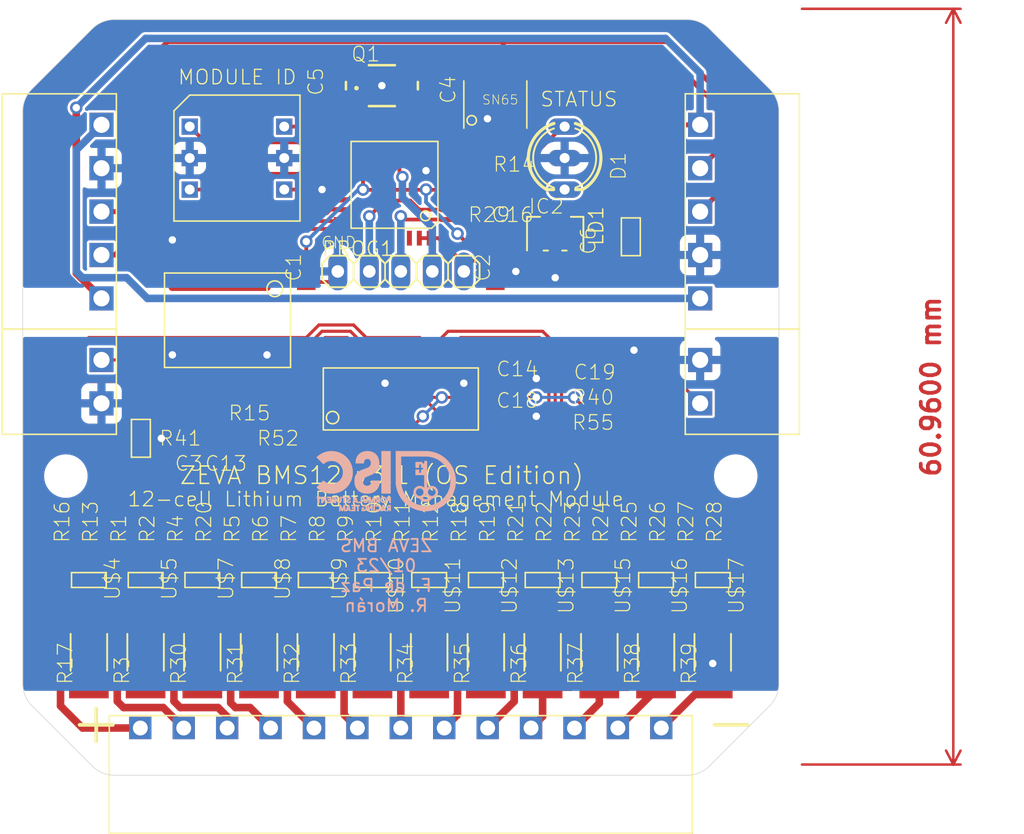
<source format=kicad_pcb>
(kicad_pcb (version 20211014) (generator pcbnew)
  (layers (0 "F.Cu" signal) (31 "B.Cu" signal) (34 "B.Paste" user) (35 "F.Paste" user) (36 "B.SilkS" user "B.Silkscreen") (37 "F.SilkS" user "F.Silkscreen") (38 "B.Mask" user) (39 "F.Mask" user) (44 "Edge.Cuts" user))
  (net 0 "")
  (net 1 "AGND")
  (net 2 "Net-(C2-Pad2)")
  (net 3 "Net-(C3-Pad2)")
  (net 4 "Net-(C4-Pad1)")
  (net 5 "Net-(C5-Pad1)")
  (net 6 "Net-(C6-Pad1)")
  (net 7 "Net-(C13-Pad1)")
  (net 8 "GND")
  (net 9 "Net-(C14-Pad1)")
  (net 10 "+5V")
  (net 11 "Net-(C18-Pad1)")
  (net 12 "Net-(C19-Pad2)")
  (net 13 "+12V")
  (net 14 "Net-(D1-PadC)")
  (net 15 "Net-(LD1-PadAR)")
  (net 16 "Net-(LD1-PadAX)")
  (net 17 "Net-(PROG1-Pad2)")
  (net 18 "Net-(PROG1-Pad3)")
  (net 19 "Net-(PROG1-Pad4)")
  (net 20 "Net-(R1-Pad1)")
  (net 21 "Net-(R1-Pad2)")
  (net 22 "Net-(R2-Pad1)")
  (net 23 "Net-(R2-Pad2)")
  (net 24 "Net-(R3-Pad1)")
  (net 25 "Net-(R3-Pad2)")
  (net 26 "Net-(R4-Pad2)")
  (net 27 "Net-(R30-Pad1)")
  (net 28 "Net-(R5-Pad2)")
  (net 29 "Net-(R6-Pad1)")
  (net 30 "Net-(R6-Pad2)")
  (net 31 "Net-(R31-Pad1)")
  (net 32 "Net-(R7-Pad2)")
  (net 33 "Net-(R8-Pad1)")
  (net 34 "Net-(R8-Pad2)")
  (net 35 "Net-(R32-Pad1)")
  (net 36 "Net-(R9-Pad2)")
  (net 37 "Net-(R10-Pad1)")
  (net 38 "Net-(R10-Pad2)")
  (net 39 "Net-(R11-Pad1)")
  (net 40 "Net-(R11-Pad2)")
  (net 41 "Net-(R12-Pad1)")
  (net 42 "Net-(R12-Pad2)")
  (net 43 "Net-(R13-Pad1)")
  (net 44 "Net-(R13-Pad2)")
  (net 45 "Net-(R14-Pad1)")
  (net 46 "Net-(R15-Pad1)")
  (net 47 "Net-(R16-Pad1)")
  (net 48 "Net-(R16-Pad2)")
  (net 49 "Net-(R17-Pad2)")
  (net 50 "Net-(R18-Pad1)")
  (net 51 "Net-(R18-Pad2)")
  (net 52 "Net-(R19-Pad1)")
  (net 53 "Net-(R19-Pad2)")
  (net 54 "Net-(R20-Pad1)")
  (net 55 "Net-(R20-Pad2)")
  (net 56 "Net-(R21-Pad1)")
  (net 57 "Net-(R21-Pad2)")
  (net 58 "Net-(R22-Pad1)")
  (net 59 "Net-(R22-Pad2)")
  (net 60 "Net-(R23-Pad1)")
  (net 61 "Net-(R23-Pad2)")
  (net 62 "Net-(R24-Pad1)")
  (net 63 "Net-(R24-Pad2)")
  (net 64 "Net-(R25-Pad1)")
  (net 65 "Net-(R25-Pad2)")
  (net 66 "Net-(R26-Pad1)")
  (net 67 "Net-(R26-Pad2)")
  (net 68 "Net-(R27-Pad1)")
  (net 69 "Net-(R27-Pad2)")
  (net 70 "Net-(R28-Pad1)")
  (net 71 "Net-(R28-Pad2)")
  (net 72 "Net-(R30-Pad2)")
  (net 73 "Net-(R31-Pad2)")
  (net 74 "Net-(R32-Pad2)")
  (net 75 "Net-(R33-Pad2)")
  (net 76 "Net-(R34-Pad2)")
  (net 77 "Net-(R35-Pad2)")
  (net 78 "Net-(R36-Pad2)")
  (net 79 "Net-(R37-Pad2)")
  (net 80 "Net-(R38-Pad2)")
  (net 81 "Net-(R39-Pad2)")
  (net 82 "Net-(R40-Pad1)")
  (net 83 "Net-(R52-Pad2)")
  (net 84 "Net-(SN65-PadP$1)")
  (net 85 "Net-(SN65-PadP$4)")
  (net 87 "Net-(SN65-PadP$6)")
  (net 88 "Net-(SN65-PadP$7)")
  (net 89 "Net-(SN65-PadP$8)")
  (net 93 "Net-(U$1-Pad41)")
  (net 94 "Net-(U$1-Pad42)")
  (net 95 "Net-(U$1-Pad44)")
  (net 96 "Net-(U$19-Pad5)")
  (net 100 "Net-(U$3-Pad15)")
  (net 101 "Net-(U$3-Pad16)")
  (net 102 "Net-(U$3-Pad17)")
  (net 103 "Net-(U$3-Pad18)")
  (net 105 "/VOD")
  (net 106 "/VIC")
  (net 107 "/VIB")
  (net 108 "/VIA")
  (footprint "BMS12v3:R0805" (layer "F.Cu") (at 135.9281 116.0526 90)
    (fp_text reference "R5")
    (fp_text value "3.3K")
  )
  (footprint "BMS12v3:SOT23" (layer "F.Cu") (at 150.7871 119.7356 -90)
    (fp_text reference "U$11")
    (fp_text value "SI2351DS")
  )
  (footprint "BMS12v3:R0805" (layer "F.Cu") (at 145.0721 116.0526 90)
    (fp_text reference "R9")
    (fp_text value "3.3K")
  )
  (footprint "BMS12v3:R2512" (layer "F.Cu") (at 155.3591 125.5776 90)
    (fp_text reference "R35")
    (fp_text value "50R")
  )
  (footprint "BMS12v3:R0805" (layer "F.Cu") (at 156.6291 87.2236)
    (fp_text reference "R14")
    (fp_text value "3.3K")
  )
  (footprint "BMS12v3:1X05" (layer "F.Cu") (at 148.5011 94.8436)
    (fp_text reference "PROG1")
    (fp_text value "PINHD-1X5")
  )
  (footprint "" (layer "F.Cu") (at 121.5009 111.3536)
    (fp_text reference "@HOLE0" hide)
    (fp_text value "")
  )
  (footprint "BMS12v3:DUOLED-C-5MM" (layer "F.Cu") (at 161.7091 85.6996 -90)
    (fp_text reference "LD1")
    (fp_text value "DUOLED-RG-C")
  )
  (footprint "BMS12v3:SOT89R" (layer "F.Cu") (at 160.9471 92.0496)
    (fp_text reference "IC2")
    (fp_text value "78LXXSOT89")
  )
  (footprint "BMS12v3:R0805" (layer "F.Cu") (at 131.3561 116.0526 90)
    (fp_text reference "R4")
    (fp_text value "3.3K")
  )
  (footprint "BMS12v3:C0805" (layer "F.Cu") (at 157.0101 103.7336)
    (fp_text reference "C14")
    (fp_text value "0.1uF")
  )
  (footprint "BMS12v3:R0805" (layer "F.Cu") (at 131.7371 107.2896 180)
    (fp_text reference "R41")
    (fp_text value "100K")
  )
  (footprint "BMS12v3:SOT23" (layer "F.Cu") (at 159.9311 119.7356 -90)
    (fp_text reference "U$13")
    (fp_text value "SI2351DS")
  )
  (footprint "BMS12v3:R2512" (layer "F.Cu") (at 137.0711 125.5776 90)
    (fp_text reference "R31")
    (fp_text value "50R")
  )
  (footprint "BMS12v3:R0805" (layer "F.Cu") (at 165.6461 116.0526 90)
    (fp_text reference "R24")
    (fp_text value "3.3K")
  )
  (footprint "BMS12v3:R2512" (layer "F.Cu") (at 132.4991 125.5776 90)
    (fp_text reference "R30")
    (fp_text value "50R")
  )
  (footprint "BMS12v3:SOT23" (layer "F.Cu") (at 141.6431 119.7356 -90)
    (fp_text reference "U$9")
    (fp_text value "SI2351DS")
  )
  (footprint "BMS12v3:R0805" (layer "F.Cu") (at 165.0111 103.9876 180)
    (fp_text reference "R40")
    (fp_text value "100K")
  )
  (footprint "BMS12v3:R0805" (layer "F.Cu") (at 135.2931 107.2896)
    (fp_text reference "R15")
    (fp_text value "100K")
  )
  (footprint "BMS12v3:SOT23" (layer "F.Cu") (at 173.6471 119.7356 -90)
    (fp_text reference "U$17")
    (fp_text value "SI2351DS")
  )
  (footprint "BMS12v3:C0805" (layer "F.Cu") (at 142.6591 79.8576 90)
    (fp_text reference "C5")
    (fp_text value "10pF")
  )
  (footprint "BMS12v3:R0805" (layer "F.Cu") (at 126.7841 116.0526 90)
    (fp_text reference "R1")
    (fp_text value "3.3K")
  )
  (footprint "BMS12v3:R0805" (layer "F.Cu") (at 142.7861 116.0526 90)
    (fp_text reference "R8")
    (fp_text value "3.3K")
  )
  (footprint "BMS12v3:TQFP32" (layer "F.Cu") (at 147.9931 87.8586 180)
    (fp_text reference "U$3" hide)
    (fp_text value "ATMEGA16M1" hide)
  )
  (footprint "BMS12v3:R2512" (layer "F.Cu") (at 123.3551 125.5776 90)
    (fp_text reference "R17")
    (fp_text value "50R")
  )
  (footprint "BMS12v3:R0805" (layer "F.Cu") (at 156.6291 89.2556 180)
    (fp_text reference "R29")
    (fp_text value "3.3K")
  )
  (footprint "BMS12v3:SOT23" (layer "F.Cu") (at 127.9271 119.7356 -90)
    (fp_text reference "U$5")
    (fp_text value "SI2351DS")
  )
  (footprint "BMS12v3:R0805" (layer "F.Cu") (at 174.7901 116.0526 90)
    (fp_text reference "R28")
    (fp_text value "3.3K")
  )
  (footprint "BMS12v3:SOIC16W" (layer "F.Cu") (at 134.5311 98.7806 -90)
    (fp_text reference "U$14" hide)
    (fp_text value "ADUM1411" hide)
  )
  (footprint "BMS12v3:R2512" (layer "F.Cu") (at 159.9311 125.5776 90)
    (fp_text reference "R36")
    (fp_text value "50R")
  )
  (footprint "BMS12v3:MOLEX-39502-1005" (layer "F.Cu") (at 124.3711 90.0176 90)
    (fp_text reference "U$2" hide)
    (fp_text value "MOLEX-39502-1005" hide)
  )
  (footprint "BMS12v3:C0805" (layer "F.Cu") (at 135.2931 109.3216 180)
    (fp_text reference "C13")
    (fp_text value "0.1uF")
  )
  (footprint "BMS12v3:R0805" (layer "F.Cu") (at 139.6111 107.2896 180)
    (fp_text reference "R52")
    (fp_text value "100K")
  )
  (footprint "BMS12v3:SOT23" (layer "F.Cu") (at 155.3591 119.7356 -90)
    (fp_text reference "U$12")
    (fp_text value "SI2351DS")
  )
  (footprint "BMS12v3:SOT23" (layer "F.Cu") (at 146.2151 119.7356 -90)
    (fp_text reference "U$10")
    (fp_text value "SI2351DS")
  )
  (footprint "BMS12v3:SOT23" (layer "F.Cu") (at 169.0751 119.7356 -90)
    (fp_text reference "U$16")
    (fp_text value "SI2351DS")
  )
  (footprint "BMS12v3:R0805" (layer "F.Cu") (at 129.0701 116.0526 90)
    (fp_text reference "R2")
    (fp_text value "3.3K")
  )
  (footprint "BMS12v3:R2512" (layer "F.Cu") (at 146.2151 125.5776 90)
    (fp_text reference "R33")
    (fp_text value "50R")
  )
  (footprint "BMS12v3:R0805" (layer "F.Cu") (at 138.2141 116.0526 90)
    (fp_text reference "R6")
    (fp_text value "3.3K")
  )
  (footprint "BMS12v3:R0805" (layer "F.Cu") (at 170.2181 116.0526 90)
    (fp_text reference "R26")
    (fp_text value "3.3K")
  )
  (footprint "BMS12v3:R0805" (layer "F.Cu") (at 149.6441 116.0526 90)
    (fp_text reference "R11")
    (fp_text value "3.3K")
  )
  (footprint "BMS12v3:WS-ROTV" (layer "F.Cu") (at 135.2931 85.6996)
    (fp_text reference "U$31" hide)
    (fp_text value "SH-7000WURTH" hide)
  )
  (footprint "BMS12v3:C0805" (layer "F.Cu") (at 140.8811 94.8436 90)
    (fp_text reference "C1")
    (fp_text value "0.1uF")
  )
  (footprint "BMS12v3:SOIC8" (layer "F.Cu") (at 156.1211 81.3816 90)
    (fp_text reference "SN65")
    (fp_text value "L9616" hide)
  )
  (footprint "BMS12v3:R0805" (layer "F.Cu") (at 133.6421 116.0526 90)
    (fp_text reference "R20")
    (fp_text value "3.3K")
  )
  (footprint "" (layer "F.Cu") (at 175.5013 111.3536)
    (fp_text reference "@HOLE1" hide)
    (fp_text value "")
  )
  (footprint "BMS12v3:SOT23" (layer "F.Cu") (at 132.4991 119.7356 -90)
    (fp_text reference "U$7")
    (fp_text value "SI2351DS")
  )
  (footprint "BMS12v3:R0805" (layer "F.Cu") (at 163.3601 116.0526 90)
    (fp_text reference "R23")
    (fp_text value "3.3K")
  )
  (footprint "BMS12v3:R2512" (layer "F.Cu") (at 164.5031 125.5776 90)
    (fp_text reference "R37")
    (fp_text value "50R")
  )
  (footprint "BMS12v3:SOT23" (layer "F.Cu") (at 123.3551 119.7356 -90)
    (fp_text reference "U$4")
    (fp_text value "SI2351DS")
  )
  (footprint "BMS12v3:R2512" (layer "F.Cu") (at 141.6431 125.5776 90)
    (fp_text reference "R32")
    (fp_text value "50R")
  )
  (footprint "BMS12v3:C0805" (layer "F.Cu") (at 157.0101 106.2736)
    (fp_text reference "C18")
    (fp_text value "0.1uF")
  )
  (footprint "BMS12v3:1206" (layer "F.Cu") (at 167.0431 92.0496 -90)
    (fp_text reference "U$28" hide)
    (fp_text value "50mA PTC" hide)
  )
  (footprint "BMS12v3:C0805" (layer "F.Cu") (at 131.7371 109.3216 180)
    (fp_text reference "C3")
    (fp_text value "0.1uF")
  )
  (footprint "BMS12v3:SOD123" (layer "F.Cu") (at 167.0431 86.4616 90)
    (fp_text reference "D1")
    (fp_text value "DIODE-SOD123")
  )
  (footprint "BMS12v3:MOLEX-39502-1002" (layer "F.Cu") (at 124.3711 103.7336 90)
    (fp_text reference "U$21" hide)
    (fp_text value "MOLEX-39502-1002" hide)
  )
  (footprint "BMS12v3:SOT23" (layer "F.Cu") (at 164.5031 119.7356 -90)
    (fp_text reference "U$15")
    (fp_text value "SI2351DS")
  )
  (footprint "BMS12v3:R0805" (layer "F.Cu") (at 172.5041 116.0526 90)
    (fp_text reference "R27")
    (fp_text value "3.3K")
  )
  (footprint "BMS12v3:R0805" (layer "F.Cu") (at 151.9301 116.0526 90)
    (fp_text reference "R12")
    (fp_text value "3.3K")
  )
  (footprint "BMS12v3:R0805" (layer "F.Cu") (at 122.2121 116.0526 90)
    (fp_text reference "R16")
    (fp_text value "3.3K")
  )
  (footprint "BMS12v3:SSOP-44" (layer "F.Cu") (at 148.5011 105.1306 90)
    (fp_text reference "U$1" hide)
    (fp_text value "LTC6802-2" hide)
  )
  (footprint "BMS12v3:R2512" (layer "F.Cu") (at 173.6471 125.5776 90)
    (fp_text reference "R39")
    (fp_text value "50R")
  )
  (footprint "BMS12v3:CTS406" (layer "F.Cu") (at 146.9771 79.8576)
    (fp_text reference "Q1")
    (fp_text value "CRYSTALCTS406")
  )
  (footprint "BMS12v3:C0805" (layer "F.Cu") (at 151.2951 79.8576 -90)
    (fp_text reference "C4")
    (fp_text value "10pF")
  )
  (footprint "BMS12v3:MOLEX-39502-1002" (layer "F.Cu") (at 172.6311 103.7336 -90)
    (fp_text reference "U$20" hide)
    (fp_text value "MOLEX-39502-1002" hide)
  )
  (footprint "BMS12v3:R0805" (layer "F.Cu") (at 140.5001 116.0526 90)
    (fp_text reference "R7")
    (fp_text value "3.3K")
  )
  (footprint "BMS12v3:C0805" (layer "F.Cu") (at 156.6291 91.2876)
    (fp_text reference "C16")
    (fp_text value "1uF")
  )
  (footprint "BMS12v3:R0805" (layer "F.Cu") (at 167.9321 116.0526 90)
    (fp_text reference "R25")
    (fp_text value "3.3K")
  )
  (footprint "BMS12v3:SOT23" (layer "F.Cu") (at 137.0711 119.7356 -90)
    (fp_text reference "U$8")
    (fp_text value "SI2351DS")
  )
  (footprint "BMS12v3:R2512" (layer "F.Cu") (at 127.9271 125.5776 90)
    (fp_text reference "R3")
    (fp_text value "50R")
  )
  (footprint "BMS12v3:R0805" (layer "F.Cu") (at 165.0111 106.0196 180)
    (fp_text reference "R55")
    (fp_text value "100K")
  )
  (footprint "BMS12v3:R0805" (layer "F.Cu") (at 124.4981 116.0526 90)
    (fp_text reference "R13")
    (fp_text value "3.3K")
  )
  (footprint "BMS12v3:R2512" (layer "F.Cu") (at 150.7871 125.5776 90)
    (fp_text reference "R34")
    (fp_text value "50R")
  )
  (footprint "BMS12v3:R2512" (layer "F.Cu") (at 169.0751 125.5776 90)
    (fp_text reference "R38")
    (fp_text value "50R")
  )
  (footprint "BMS12v3:R0805" (layer "F.Cu") (at 156.5021 116.0526 90)
    (fp_text reference "R19")
    (fp_text value "3.3K")
  )
  (footprint "BMS12v3:R0805" (layer "F.Cu") (at 158.7881 116.0526 90)
    (fp_text reference "R21")
    (fp_text value "3.3K")
  )
  (footprint "BMS12v3:R0805" (layer "F.Cu") (at 154.2161 116.0526 90)
    (fp_text reference "R18")
    (fp_text value "3.3K")
  )
  (footprint "BMS12v3:C1206" (layer "F.Cu") (at 164.7571 92.3036 90)
    (fp_text reference "C6")
    (fp_text value "47uF")
  )
  (footprint "BMS12v3:1206" (layer "F.Cu") (at 127.5461 108.3056 -90)
    (fp_text reference "U$6" hide)
    (fp_text value "50mA PTC" hide)
  )
  (footprint "BMS12v3:R0805" (layer "F.Cu") (at 161.0741 116.0526 90)
    (fp_text reference "R22")
    (fp_text value "3.3K")
  )
  (footprint "BMS12v3:R0805" (layer "F.Cu") (at 147.3581 116.0526 90)
    (fp_text reference "R10")
    (fp_text value "3.3K")
  )
  (footprint "BMS12v3:MOLEX-39502-1005" (layer "F.Cu") (at 172.6311 90.0176 -90)
    (fp_text reference "U$19" hide)
    (fp_text value "MOLEX-39502-1005" hide)
  )
  (footprint "BMS12v3:C0805" (layer "F.Cu") (at 165.0111 101.9556 180)
    (fp_text reference "C19")
    (fp_text value "0.1uF")
  )
  (footprint "BMS12v3:MOLEX_TERM_BLOCK_13" (layer "F.Cu") (at 148.5011 131.6736)
    (fp_text reference "U$18" hide)
    (fp_text value "MOLEX_TERM_BLOCK_13" hide)
  )
  (footprint "BMS12v3:C0805" (layer "F.Cu") (at 156.1211 94.8436 90)
    (fp_text reference "C2")
    (fp_text value "0.1uF")
  )
  (footprint "Logo_ISC:LogoISC" (layer "B.Cu") (at 147.32 111.76 180)
    (fp_text reference "G***" hide)
    (fp_text value "LOGO" hide)
  )
  (gr_line (start 178.2372 80.1297) (end 173.375 75.2675) (layer "Edge.Cuts") (width 0.05))
  (gr_line (start 118.765 129.8775) (end 123.6272 134.7397) (layer "Edge.Cuts") (width 0.05))
  (gr_line (start 118.0211 81.9257) (end 118.0211 128.0815) (layer "Edge.Cuts") (width 0.05))
  (gr_arc (start 118.021099 81.925699) (mid 118.214433 80.953717) (end 118.765 80.1297) (layer "Edge.Cuts") (width 0.05))
  (gr_line (start 125.4232 135.4836) (end 171.579 135.4836) (layer "Edge.Cuts") (width 0.05))
  (gr_arc (start 171.579 74.5236) (mid 172.550983 74.716933) (end 173.375 75.2675) (layer "Edge.Cuts") (width 0.05))
  (gr_arc (start 123.6272 75.2675) (mid 124.451217 74.716933) (end 125.4232 74.5236) (layer "Edge.Cuts") (width 0.05))
  (gr_line (start 173.375 134.7397) (end 178.2372 129.8775) (layer "Edge.Cuts") (width 0.05))
  (gr_arc (start 178.2372 80.1297) (mid 178.787767 80.953717) (end 178.9811 81.9257) (layer "Edge.Cuts") (width 0.05))
  (gr_line (start 171.579 74.5236) (end 125.4232 74.5236) (layer "Edge.Cuts") (width 0.05))
  (gr_arc (start 178.9811 128.0815) (mid 178.787767 129.053483) (end 178.2372 129.8775) (layer "Edge.Cuts") (width 0.05))
  (gr_line (start 123.6272 75.2675) (end 118.765 80.1297) (layer "Edge.Cuts") (width 0.05))
  (gr_arc (start 173.374999 134.7397) (mid 172.550982 135.290267) (end 171.579 135.4836) (layer "Edge.Cuts") (width 0.05))
  (gr_arc (start 125.423199 135.4836) (mid 124.451217 135.290267) (end 123.6272 134.7397) (layer "Edge.Cuts") (width 0.05))
  (gr_arc (start 118.764999 129.877499) (mid 118.214433 129.053482) (end 118.0211 128.0815) (layer "Edge.Cuts") (width 0.05))
  (gr_line (start 178.9811 128.0815) (end 178.9811 81.9257) (layer "Edge.Cuts") (width 0.05))
  (gr_text "ZEVA BMS\n01/23\nF. de Paz\nR. Morán" (at 147.32 119.38) (layer "B.SilkS") (effects (font (size 1 1)) (justify mirror)))
  (gr_text "+" (at 121.5771 133.1976) (layer "F.SilkS") (effects (font (size 3.5052 3.5052) (thickness 0.3048)) (justify left bottom)))
  (gr_text "12-cell Lithium Battery Management Module" (at 126.4031 113.8936) (layer "F.SilkS") (effects (font (size 1.1684 1.1684) (thickness 0.1016)) (justify left bottom)))
  (gr_text "-" (at 172.7581 133.1976) (layer "F.SilkS") (effects (font (size 3.5052 3.5052) (thickness 0.3048)) (justify left bottom)))
  (gr_text "ZEVA BMS12 v3.1 (OS Edition)" (at 130.5941 112.1156) (layer "F.SilkS") (effects (font (size 1.40208 1.40208) (thickness 0.12192)) (justify left bottom)))
  (gr_text "GND" (at 142.0241 93.0656) (layer "F.SilkS") (effects (font (size 0.93472 0.93472) (thickness 0.08128)) (justify left bottom)))
  (gr_text "STATUS" (at 159.6771 81.6356) (layer "F.SilkS") (effects (font (size 1.1684 1.1684) (thickness 0.1016)) (justify left bottom)))
  (gr_text "MODULE ID" (at 130.4671 79.8576) (layer "F.SilkS") (effects (font (size 1.1684 1.1684) (thickness 0.1016)) (justify left bottom)))
  (dimension (type aligned) (layer "F.Cu") (pts (xy 180.34 73.66) (xy 180.34 134.62)) (height -12.7) (gr_text "60,9600 mm" (at 191.24 104.14 90) (layer "F.Cu") (effects (font (size 1.5 1.5) (thickness 0.3)))) (format (units 3) (units_format 1) (precision 4)) (style (thickness 0.2) (arrow_length 1.27) (text_position_mode 0) (extension_height 0.58642) (extension_offset 0.5) keep_text_aligned))
  (segment (start 172.7971 128.3776) (end 173.6471 128.3776) (width 0.6096) (layer "F.Cu") (net 1))
  (segment (start 151.7511 103.8606) (end 151.7511 101.7556) (width 0.254) (layer "F.Cu") (net 1))
  (segment (start 133.5151 110.5916) (end 133.9351 110.1716) (width 0.254) (layer "F.Cu") (net 1))
  (segment (start 145.2511 103.8606) (end 145.2511 101.7556) (width 0.254) (layer "F.Cu") (net 1))
  (segment (start 165.8611 101.9556) (end 166.5351 101.9556) (width 0.254) (layer "F.Cu") (net 1))
  (segment (start 157.8601 106.2736) (end 159.1691 106.2736) (width 0.254) (layer "F.Cu") (net 1))
  (segment (start 157.8601 103.7336) (end 159.1691 103.7336) (width 0.254) (layer "F.Cu") (net 1))
  (segment (start 129.7051 110.5916) (end 129.1971 110.0836) (width 0.254) (layer "F.Cu") (net 1))
  (segment (start 166.5351 101.9556) (end 167.2971 101.1936) (width 0.254) (layer "F.Cu") (net 1))
  (segment (start 134.4431 109.3216) (end 132.5871 109.3216) (width 0.254) (layer "F.Cu") (net 1))
  (segment (start 152.2511 103.8606) (end 151.7511 103.8606) (width 0.254) (layer "F.Cu") (net 1))
  (segment (start 173.6471 128.3776) (end 173.6471 126.4666) (width 0.6096) (layer "F.Cu") (net 1))
  (segment (start 129.1971 110.0836) (end 129.1971 108.3056) (width 0.254) (layer "F.Cu") (net 1))
  (segment (start 169.5011 131.6736) (end 172.7971 128.3776) (width 0.6096) (layer "F.Cu") (net 1))
  (segment (start 147.2311 103.8606) (end 146.7511 103.8606) (width 0.254) (layer "F.Cu") (net 1))
  (segment (start 152.2511 103.8606) (end 152.2511 101.7556) (width 0.254) (layer "F.Cu") (net 1))
  (segment (start 152.2511 103.8606) (end 153.5811 103.8606) (width 0.254) (layer "F.Cu") (net 1))
  (segment (start 130.0861 103.2256) (end 130.0861 101.5746) (width 0.254) (layer "F.Cu") (net 1))
  (segment (start 145.2511 103.8606) (end 147.2311 103.8606) (width 0.254) (layer "F.Cu") (net 1))
  (segment (start 147.2311 103.8606) (end 146.2511 103.8606) (width 0.254) (layer "F.Cu") (net 1))
  (segment (start 146.7511 103.8606) (end 146.7511 101.7556) (width 0.254) (layer "F.Cu") (net 1))
  (segment (start 137.7061 103.2256) (end 137.7137 103.218) (width 0.254) (layer "F.Cu") (net 1))
  (segment (start 159.1691 103.7336) (end 159.4231 103.4796) (width 0.254) (layer "F.Cu") (net 1))
  (segment (start 133.9351 110.1716) (end 134.4431 109.3216) (width 0.254) (layer "F.Cu") (net 1))
  (segment (start 147.2311 103.8606) (end 145.7511 103.8606) (width 0.254) (layer "F.Cu") (net 1))
  (segment (start 137.7137 103.218) (end 137.7137 101.5746) (width 0.254) (layer "F.Cu") (net 1))
  (segment (start 145.7511 103.8606) (end 145.7511 101.7556) (width 0.254) (layer "F.Cu") (net 1))
  (segment (start 129.7051 110.5916) (end 133.5151 110.5916) (width 0.254) (layer "F.Cu") (net 1))
  (segment (start 146.2511 103.8606) (end 146.2511 101.7556) (width 0.254) (layer "F.Cu") (net 1))
  (segment (start 159.1691 106.2736) (end 159.4231 106.5276) (width 0.254) (layer "F.Cu") (net 1))
  (via (at 147.2311 103.8606) (size 1.0064) (drill 0.6) (layers "F.Cu" "B.Cu") (net 1))
  (via (at 173.6471 126.4666) (size 1.0064) (drill 0.6) (layers "F.Cu" "B.Cu") (net 1))
  (via (at 159.4231 103.4796) (size 1.0064) (drill 0.6) (layers "F.Cu" "B.Cu") (net 1))
  (via (at 153.5811 103.8606) (size 1.0064) (drill 0.6) (layers "F.Cu" "B.Cu") (net 1))
  (via (at 129.1971 108.3056) (size 1.0064) (drill 0.6) (layers "F.Cu" "B.Cu") (net 1))
  (via (at 137.7137 101.5746) (size 1.0064) (drill 0.6) (layers "F.Cu" "B.Cu") (net 1))
  (via (at 159.4231 106.5276) (size 1.0064) (drill 0.6) (layers "F.Cu" "B.Cu") (net 1))
  (via (at 167.2971 101.1936) (size 1.0064) (drill 0.6) (layers "F.Cu" "B.Cu") (net 1))
  (via (at 130.0861 101.5746) (size 1.0064) (drill 0.6) (layers "F.Cu" "B.Cu") (net 1))
  (segment (start 130.0861 101.5746) (end 129.8321 101.5746) (width 0.6096) (layer "B.Cu") (net 1))
  (segment (start 153.5811 94.8436) (end 153.5811 93.9936) (width 0.3048) (layer "F.Cu") (net 2))
  (segment (start 153.5811 93.9936) (end 156.1211 93.9936) (width 0.3048) (layer "F.Cu") (net 2))
  (segment (start 150.7931 92.1586) (end 151.5311 92.1586) (width 0.3048) (layer "F.Cu") (net 2))
  (segment (start 151.5311 92.1586) (end 153.5811 94.2086) (width 0.3048) (layer "F.Cu") (net 2))
  (segment (start 153.5811 94.2086) (end 153.5811 94.8436) (width 0.3048) (layer "F.Cu") (net 2))
  (segment (start 150.7931 92.1586) (end 149.9931 92.1586) (width 0.3048) (layer "F.Cu") (net 2))
  (segment (start 150.0251 100.1776) (end 150.7511 100.9036) (width 0.254) (layer "F.Cu") (net 3))
  (segment (start 123.3551 103.7336) (end 127.1651 103.7336) (width 0.254) (layer "F.Cu") (net 3))
  (segment (start 150.7511 100.9036) (end 150.7511 101.7556) (width 0.254) (layer "F.Cu") (net 3))
  (segment (start 140.8811 100.1776) (end 141.8971 99.1616) (width 0.254) (layer "F.Cu") (net 3))
  (segment (start 144.6911 99.1616) (end 145.7071 100.1776) (width 0.254) (layer "F.Cu") (net 3))
  (segment (start 127.1651 103.7336) (end 130.7211 107.2896) (width 0.254) (layer "F.Cu") (net 3))
  (segment (start 145.7071 100.1776) (end 150.0251 100.1776) (width 0.254) (layer "F.Cu") (net 3))
  (segment (start 141.8971 99.1616) (end 144.6911 99.1616) (width 0.254) (layer "F.Cu") (net 3))
  (segment (start 122.8471 103.2256) (end 123.3551 103.7336) (width 0.254) (layer "F.Cu") (net 3))
  (segment (start 123.3551 100.1776) (end 140.8811 100.1776) (width 0.254) (layer "F.Cu") (net 3))
  (segment (start 122.8471 100.6856) (end 123.3551 100.1776) (width 0.254) (layer "F.Cu") (net 3))
  (segment (start 130.8871 107.2896) (end 130.8871 109.3216) (width 0.254) (layer "F.Cu") (net 3))
  (segment (start 122.8471 103.2256) (end 122.8471 100.6856) (width 0.254) (layer "F.Cu") (net 3))
  (segment (start 130.7211 107.2896) (end 130.8871 107.2896) (width 0.254) (layer "F.Cu") (net 3))
  (segment (start 130.8871 107.2896) (end 130.7211 107.7976) (width 0.254) (layer "F.Cu") (net 3))
  (segment (start 152.5651 79.6036) (end 151.9691 79.0076) (width 0.3048) (layer "F.Cu") (net 4))
  (segment (start 151.8031 82.3976) (end 152.5651 81.6356) (width 0.3048) (layer "F.Cu") (net 4))
  (segment (start 152.5651 81.6356) (end 152.5651 79.6036) (width 0.3048) (layer "F.Cu") (net 4))
  (segment (start 151.0721 78.6576) (end 149.1771 78.6576) (width 0.3048) (layer "F.Cu") (net 4))
  (segment (start 151.9691 79.0076) (end 151.2951 79.0076) (width 0.3048) (layer "F.Cu") (net 4))
  (segment (start 149.9931 83.5586) (end 149.9931 82.9376) (width 0.3048) (layer "F.Cu") (net 4))
  (segment (start 150.5331 82.3976) (end 151.8031 82.3976) (width 0.3048) (layer "F.Cu") (net 4))
  (segment (start 149.9931 82.9376) (end 150.5331 82.3976) (width 0.3048) (layer "F.Cu") (net 4))
  (segment (start 151.2951 79.0076) (end 151.0721 78.6576) (width 0.3048) (layer "F.Cu") (net 4))
  (segment (start 143.0091 81.0576) (end 144.7771 81.0576) (width 0.3048) (layer "F.Cu") (net 5))
  (segment (start 145.6371 81.0576) (end 146.9771 82.3976) (width 0.3048) (layer "F.Cu") (net 5))
  (segment (start 149.1931 82.8356) (end 149.1931 83.5586) (width 0.3048) (layer "F.Cu") (net 5))
  (segment (start 144.7771 81.0576) (end 145.6371 81.0576) (width 0.3048) (layer "F.Cu") (net 5))
  (segment (start 142.6591 80.7076) (end 143.0091 81.0576) (width 0.3048) (layer "F.Cu") (net 5))
  (segment (start 148.7551 82.3976) (end 149.1931 82.8356) (width 0.3048) (layer "F.Cu") (net 5))
  (segment (start 146.9771 82.3976) (end 148.7551 82.3976) (width 0.3048) (layer "F.Cu") (net 5))
  (segment (start 166.9971 93.7036) (end 167.0431 93.7496) (width 0.3048) (layer "F.Cu") (net 6))
  (segment (start 162.4471 93.7996) (end 162.5431 93.7036) (width 0.3048) (layer "F.Cu") (net 6))
  (segment (start 162.5431 93.7036) (end 164.7571 93.7036) (width 0.3048) (layer "F.Cu") (net 6))
  (segment (start 164.7571 93.7036) (end 166.9971 93.7036) (width 0.3048) (layer "F.Cu") (net 6))
  (segment (start 143.2511 109.0676) (end 143.2511 108.5056) (width 0.254) (layer "F.Cu") (net 7))
  (segment (start 136.1431 109.3216) (end 135.8891 109.0676) (width 0.254) (layer "F.Cu") (net 7))
  (segment (start 135.8891 109.0676) (end 143.2511 109.0676) (width 0.254) (layer "F.Cu") (net 7))
  (segment (start 128.6401 111.0996) (end 134.7851 111.0996) (width 0.254) (layer "F.Cu") (net 7))
  (segment (start 127.5461 110.0056) (end 128.6401 111.0996) (width 0.254) (layer "F.Cu") (net 7))
  (segment (start 134.7851 111.0996) (end 135.6351 110.2496) (width 0.254) (layer "F.Cu") (net 7))
  (segment (start 135.6351 110.2496) (end 136.1431 109.3216) (width 0.254) (layer "F.Cu") (net 7))
  (segment (start 142.9321 87.4586) (end 143.6931 87.4586) (width 0.3048) (layer "F.Cu") (net 8))
  (segment (start 130.0861 96.1136) (end 137.7061 96.1136) (width 0.6096) (layer "F.Cu") (net 8))
  (segment (start 130.0861 94.3356) (end 130.0861 92.3036) (width 0.6096) (layer "F.Cu") (net 8))
  (segment (start 146.9771 79.8576) (end 147.8271 80.7076) (width 0.3048) (layer "F.Cu") (net 8))
  (segment (start 155.4861 84.1756) (end 155.4861 82.5246) (width 0.3048) (layer "F.Cu") (net 8))
  (segment (start 137.7061 96.1136) (end 137.7061 94.3356) (width 0.6096) (layer "F.Cu") (net 8))
  (segment (start 143.4211 95.6936) (end 143.4211 94.8436) (width 0.3048) (layer "F.Cu") (net 8))
  (segment (start 156.1211 95.6936) (end 156.9221 95.6936) (width 0.3048) (layer "F.Cu") (net 8))
  (segment (start 161.1931 90.9036) (end 164.7571 90.9036) (width 0.3048) (layer "F.Cu") (net 8))
  (segment (start 156.9221 95.6936) (end 157.7721 94.8436) (width 0.3048) (layer "F.Cu") (net 8))
  (segment (start 147.8271 80.7076) (end 151.2951 80.7076) (width 0.3048) (layer "F.Cu") (net 8))
  (segment (start 160.9471 91.1496) (end 161.1931 90.9036) (width 0.3048) (layer "F.Cu") (net 8))
  (segment (start 160.9471 95.3516) (end 160.9471 91.1496) (width 0.6096) (layer "F.Cu") (net 8))
  (segment (start 160.9471 91.1496) (end 157.4791 91.1496) (width 0.3048) (layer "F.Cu") (net 8))
  (segment (start 140.8811 95.6936) (end 143.4211 95.6936) (width 0.3048) (layer "F.Cu") (net 8))
  (segment (start 146.1271 79.0076) (end 146.9771 79.8576) (width 0.3048) (layer "F.Cu") (net 8))
  (segment (start 142.1511 88.2396) (end 142.9321 87.4586) (width 0.3048) (layer "F.Cu") (net 8))
  (segment (start 130.0861 96.1136) (end 130.0861 94.3356) (width 0.6096) (layer "F.Cu") (net 8))
  (segment (start 151.2761 87.4586) (end 150.5331 86.7156) (width 0.3048) (layer "F.Cu") (net 8))
  (segment (start 157.4791 91.1496) (end 157.4791 91.2876) (width 0.3048) (layer "F.Cu") (net 8))
  (segment (start 152.2931 87.4586) (end 151.2761 87.4586) (width 0.3048) (layer "F.Cu") (net 8))
  (segment (start 142.6591 79.0076) (end 146.1271 79.0076) (width 0.3048) (layer "F.Cu") (net 8))
  (via (at 142.1511 88.2396) (size 1.0064) (drill 0.6) (layers "F.Cu" "B.Cu") (net 8))
  (via (at 155.4861 82.5246) (size 1.0064) (drill 0.6) (layers "F.Cu" "B.Cu") (net 8))
  (via (at 157.7721 94.8436) (size 1.0064) (drill 0.6) (layers "F.Cu" "B.Cu") (net 8))
  (via (at 160.9471 95.3516) (size 1.0064) (drill 0.6) (layers "F.Cu" "B.Cu") (net 8))
  (via (at 150.5331 86.7156) (size 1.0064) (drill 0.6) (layers "F.Cu" "B.Cu") (net 8))
  (via (at 130.0861 92.3036) (size 1.0064) (drill 0.6) (layers "F.Cu" "B.Cu") (net 8))
  (via (at 146.9771 79.8576) (size 1.0064) (drill 0.6) (layers "F.Cu" "B.Cu") (net 8))
  (segment (start 151.8031 105.0036) (end 156.1601 105.0036) (width 0.254) (layer "F.Cu") (net 9))
  (segment (start 137.4131 108.5596) (end 136.1431 107.2896) (width 0.254) (layer "F.Cu") (net 9))
  (segment (start 162.4711 105.0036) (end 163.4871 106.0196) (width 0.254) (layer "F.Cu") (net 9))
  (segment (start 150.2511 104.2136) (end 150.2511 101.7556) (width 0.254) (layer "F.Cu") (net 9))
  (segment (start 151.8031 105.0036) (end 151.0411 105.0036) (width 0.254) (layer "F.Cu") (net 9))
  (segment (start 141.3891 108.5596) (end 142.9131 107.0356) (width 0.254) (layer "F.Cu") (net 9))
  (segment (start 137.4131 108.5596) (end 141.3891 108.5596) (width 0.254) (layer "F.Cu") (net 9))
  (segment (start 163.4871 106.0196) (end 164.1611 106.0196) (width 0.254) (layer "F.Cu") (net 9))
  (segment (start 149.7711 107.0356) (end 150.2791 106.5276) (width 0.254) (layer "F.Cu") (net 9))
  (segment (start 156.1601 105.0036) (end 159.4231 105.0036) (width 0.254) (layer "F.Cu") (net 9))
  (segment (start 156.1601 105.0036) (end 156.1601 103.7336) (width 0.254) (layer "F.Cu") (net 9))
  (segment (start 151.0411 105.0036) (end 150.2511 104.2136) (width 0.254) (layer "F.Cu") (net 9))
  (segment (start 142.9131 107.0356) (end 149.7711 107.0356) (width 0.254) (layer "F.Cu") (net 9))
  (via (at 159.4231 105.0036) (size 1.0064) (drill 0.6) (layers "F.Cu" "B.Cu") (net 9))
  (via (at 151.8031 105.0036) (size 1.0064) (drill 0.6) (layers "F.Cu" "B.Cu") (net 9))
  (via (at 162.4711 105.0036) (size 1.0064) (drill 0.6) (layers "F.Cu" "B.Cu") (net 9))
  (via (at 150.2791 106.5276) (size 1.0064) (drill 0.6) (layers "F.Cu" "B.Cu") (net 9))
  (segment (start 150.2791 106.5276) (end 151.8031 105.0036) (width 0.254) (layer "B.Cu") (net 9))
  (segment (start 159.4231 105.0036) (end 162.4711 105.0036) (width 0.254) (layer "B.Cu") (net 9))
  (segment (start 145.4531 88.2396) (end 145.4721 88.2586) (width 0.3048) (layer "F.Cu") (net 10))
  (segment (start 152.2931 88.2586) (end 153.0541 88.2586) (width 0.3048) (layer "F.Cu") (net 10))
  (segment (start 150.5331 88.2586) (end 152.2931 88.2586) (width 0.3048) (layer "F.Cu") (net 10))
  (segment (start 155.7791 92.5576) (end 155.7791 91.2876) (width 0.3048) (layer "F.Cu") (net 10))
  (segment (start 156.7561 85.0646) (end 156.7561 84.1756) (width 0.3048) (layer "F.Cu") (net 10))
  (segment (start 140.8811 93.9936) (end 140.8811 92.4306) (width 0.3048) (layer "F.Cu") (net 10))
  (segment (start 144.6341 86.6586) (end 143.6931 86.6586) (width 0.3048) (layer "F.Cu") (net 10))
  (segment (start 145.4531 88.2396) (end 145.4531 87.4776) (width 0.3048) (layer "F.Cu") (net 10))
  (segment (start 158.2051 92.5576) (end 159.4471 93.7996) (width 0.3048) (layer "F.Cu") (net 10))
  (segment (start 138.9761 94.3356) (end 140.8811 94.3356) (width 0.3048) (layer "F.Cu") (net 10))
  (segment (start 140.8811 94.3356) (end 140.8811 93.9936) (width 0.3048) (layer "F.Cu") (net 10))
  (segment (start 156.3751 85.4456) (end 156.7561 85.0646) (width 0.3048) (layer "F.Cu") (net 10))
  (segment (start 153.0541 88.2586) (end 153.5811 87.7316) (width 0.3048) (layer "F.Cu") (net 10))
  (segment (start 153.5811 87.2236) (end 155.3591 85.4456) (width 0.3048) (layer "F.Cu") (net 10))
  (segment (start 145.4531 87.4776) (end 144.6341 86.6586) (width 0.3048) (layer "F.Cu") (net 10))
  (segment (start 155.7791 92.5576) (end 158.2051 92.5576) (width 0.3048) (layer "F.Cu") (net 10))
  (segment (start 155.3591 85.4456) (end 156.3751 85.4456) (width 0.3048) (layer "F.Cu") (net 10))
  (segment (start 153.0731 91.7956) (end 153.8351 92.5576) (width 0.3048) (layer "F.Cu") (net 10))
  (segment (start 150.5331 88.2586) (end 150.5331 88.2396) (width 0.3048) (layer "F.Cu") (net 10))
  (segment (start 153.5811 87.7316) (end 153.5811 87.2236) (width 0.3048) (layer "F.Cu") (net 10))
  (segment (start 154.5971 92.5576) (end 155.7791 92.5576) (width 0.3048) (layer "F.Cu") (net 10))
  (segment (start 145.4721 88.2586) (end 150.5331 88.2586) (width 0.3048) (layer "F.Cu") (net 10))
  (segment (start 153.8351 92.5576) (end 154.5971 92.5576) (width 0.3048) (layer "F.Cu") (net 10))
  (via (at 153.0731 91.7956) (size 1.0064) (drill 0.6) (layers "F.Cu" "B.Cu") (net 10))
  (via (at 140.8811 92.4306) (size 1.0064) (drill 0.6) (layers "F.Cu" "B.Cu") (net 10))
  (via (at 145.4531 88.2396) (size 1.0064) (drill 0.6) (layers "F.Cu" "B.Cu") (net 10))
  (via (at 150.5331 88.2396) (size 1.0064) (drill 0.6) (layers "F.Cu" "B.Cu") (net 10))
  (segment (start 140.8811 92.4306) (end 145.0721 88.2396) (width 0.3048) (layer "B.Cu") (net 10))
  (segment (start 145.0721 88.2396) (end 145.4531 88.2396) (width 0.3048) (layer "B.Cu") (net 10))
  (segment (start 150.5331 88.2396) (end 150.5331 89.2556) (width 0.3048) (layer "B.Cu") (net 10))
  (segment (start 150.5331 89.2556) (end 153.0731 91.7956) (width 0.3048) (layer "B.Cu") (net 10))
  (segment (start 149.2511 103.0986) (end 149.2511 101.7556) (width 0.254) (layer "F.Cu") (net 11))
  (segment (start 148.5011 100.6856) (end 145.4531 100.6856) (width 0.254) (layer "F.Cu") (net 11))
  (segment (start 149.2511 103.0986) (end 149.7511 103.0986) (width 0.254) (layer "F.Cu") (net 11))
  (segment (start 142.6591 106.5276) (end 145.9611 106.5276) (width 0.254) (layer "F.Cu") (net 11))
  (segment (start 145.4531 100.6856) (end 144.4371 99.6696) (width 0.254) (layer "F.Cu") (net 11))
  (segment (start 151.5491 106.2736) (end 156.1601 106.2736) (width 0.254) (layer "F.Cu") (net 11))
  (segment (start 138.9761 102.8446) (end 138.9761 103.2256) (width 0.254) (layer "F.Cu") (net 11))
  (segment (start 149.7511 104.4756) (end 151.5491 106.2736) (width 0.254) (layer "F.Cu") (net 11))
  (segment (start 145.9611 106.5276) (end 148.7511 103.7376) (width 0.254) (layer "F.Cu") (net 11))
  (segment (start 148.7511 103.0986) (end 148.7511 101.7556) (width 0.254) (layer "F.Cu") (net 11))
  (segment (start 148.7511 103.0986) (end 149.2511 103.0986) (width 0.254) (layer "F.Cu") (net 11))
  (segment (start 141.8971 107.2896) (end 142.6591 106.5276) (width 0.254) (layer "F.Cu") (net 11))
  (segment (start 140.4611 107.2896) (end 141.8971 107.2896) (width 0.254) (layer "F.Cu") (net 11))
  (segment (start 149.7511 103.0986) (end 149.7511 101.7556) (width 0.254) (layer "F.Cu") (net 11))
  (segment (start 142.1511 99.6696) (end 138.9761 102.8446) (width 0.254) (layer "F.Cu") (net 11))
  (segment (start 144.4371 99.6696) (end 142.1511 99.6696) (width 0.254) (layer "F.Cu") (net 11))
  (segment (start 148.7511 100.9356) (end 148.5011 100.6856) (width 0.254) (layer "F.Cu") (net 11))
  (segment (start 149.7511 103.0986) (end 149.7511 104.4756) (width 0.254) (layer "F.Cu") (net 11))
  (segment (start 148.7511 101.7556) (end 148.7511 100.9356) (width 0.254) (layer "F.Cu") (net 11))
  (segment (start 148.7511 103.7376) (end 148.7511 103.0986) (width 0.254) (layer "F.Cu") (net 11))
  (segment (start 151.2511 100.7296) (end 152.3111 99.6696) (width 0.254) (layer "F.Cu") (net 12))
  (segment (start 162.2171 101.9556) (end 164.1611 101.9556) (width 0.254) (layer "F.Cu") (net 12))
  (segment (start 159.9311 99.6696) (end 162.2171 101.9556) (width 0.254) (layer "F.Cu") (net 12))
  (segment (start 152.3111 99.6696) (end 159.9311 99.6696) (width 0.254) (layer "F.Cu") (net 12))
  (segment (start 151.2511 101.7556) (end 151.2511 100.7296) (width 0.254) (layer "F.Cu") (net 12))
  (segment (start 164.1611 101.9556) (end 164.1611 103.9876) (width 0.254) (layer "F.Cu") (net 12))
  (segment (start 122.3391 94.9856) (end 122.3391 81.6356) (width 0.6096) (layer "F.Cu") (net 13))
  (segment (start 168.5871 83.0176) (end 167.0431 84.5616) (width 0.4064) (layer "F.Cu") (net 13))
  (segment (start 172.6311 83.0176) (end 168.5871 83.0176) (width 0.4064) (layer "F.Cu") (net 13))
  (segment (start 122.3391 94.9856) (end 124.3711 97.0176) (width 0.6096) (layer "F.Cu") (net 13))
  (via (at 122.3391 81.6356) (size 1.0064) (drill 0.6) (layers "F.Cu" "B.Cu") (net 13))
  (segment (start 122.3391 81.6356) (end 127.9271 76.0476) (width 0.6096) (layer "B.Cu") (net 13))
  (segment (start 169.8371 76.0476) (end 172.6311 78.8416) (width 0.6096) (layer "B.Cu") (net 13))
  (segment (start 172.6311 78.8416) (end 172.6311 83.0176) (width 0.6096) (layer "B.Cu") (net 13))
  (segment (start 127.9271 76.0476) (end 169.8371 76.0476) (width 0.6096) (layer "B.Cu") (net 13))
  (segment (start 167.0431 90.3496) (end 167.0431 88.3616) (width 0.3048) (layer "F.Cu") (net 14))
  (segment (start 158.4071 89.2556) (end 159.4231 88.2396) (width 0.3048) (layer "F.Cu") (net 15))
  (segment (start 157.4791 89.2556) (end 158.4071 89.2556) (width 0.3048) (layer "F.Cu") (net 15))
  (segment (start 159.4231 88.2396) (end 161.7091 88.2396) (width 0.3048) (layer "F.Cu") (net 15))
  (segment (start 157.4791 87.2236) (end 161.5431 83.1596) (width 0.3048) (layer "F.Cu") (net 16))
  (segment (start 161.5431 83.1596) (end 161.7091 83.1596) (width 0.3048) (layer "F.Cu") (net 16))
  (segment (start 145.9611 90.3986) (end 147.2311 89.1286) (width 0.3048) (layer "F.Cu") (net 17))
  (segment (start 149.2631 89.1286) (end 149.9931 89.8586) (width 0.3048) (layer "F.Cu") (net 17))
  (segment (start 149.9931 89.8586) (end 152.2931 89.8586) (width 0.3048) (layer "F.Cu") (net 17))
  (segment (start 152.2931 89.8586) (end 155.1761 89.8586) (width 0.3048) (layer "F.Cu") (net 17))
  (segment (start 147.2311 89.1286) (end 149.2631 89.1286) (width 0.3048) (layer "F.Cu") (net 17))
  (segment (start 155.1761 89.8586) (end 155.7791 89.2556) (width 0.3048) (layer "F.Cu") (net 17))
  (via (at 145.9611 90.3986) (size 1.0064) (drill 0.6) (layers "F.Cu" "B.Cu") (net 17))
  (segment (start 145.9611 94.8436) (end 145.9611 90.3986) (width 0.6096) (layer "B.Cu") (net 17))
  (segment (start 148.5011 90.3986) (end 148.7551 90.6586) (width 0.3048) (layer "F.Cu") (net 18))
  (segment (start 148.7551 90.6586) (end 152.2931 90.6586) (width 0.3048) (layer "F.Cu") (net 18))
  (via (at 148.5011 90.3986) (size 1.0064) (drill 0.6) (layers "F.Cu" "B.Cu") (net 18))
  (segment (start 148.5011 94.8436) (end 148.5011 90.3986) (width 0.6096) (layer "B.Cu") (net 18))
  (segment (start 148.6281 87.2236) (end 148.3931 86.9886) (width 0.3048) (layer "F.Cu") (net 19))
  (segment (start 148.3931 86.9886) (end 148.3931 83.5586) (width 0.3048) (layer "F.Cu") (net 19))
  (via (at 148.6281 87.2236) (size 1.0064) (drill 0.6) (layers "F.Cu" "B.Cu") (net 19))
  (segment (start 151.0411 94.8436) (end 151.0411 91.2876) (width 0.6096) (layer "B.Cu") (net 19))
  (segment (start 148.6281 88.8746) (end 148.6281 87.2236) (width 0.6096) (layer "B.Cu") (net 19))
  (segment (start 151.0411 91.2876) (end 148.6281 88.8746) (width 0.6096) (layer "B.Cu") (net 19))
  (segment (start 125.6411 119.9216) (end 126.9271 118.6356) (width 0.6096) (layer "F.Cu") (net 20))
  (segment (start 126.1491 130.0226) (end 129.3501 130.0226) (width 0.6096) (layer "F.Cu") (net 20))
  (segment (start 123.3551 128.3776) (end 125.6411 128.3776) (width 0.6096) (layer "F.Cu") (net 20))
  (segment (start 125.6411 129.5146) (end 126.1491 130.0226) (width 0.6096) (layer "F.Cu") (net 20))
  (segment (start 129.3501 130.0226) (end 131.0011 131.6736) (width 0.6096) (layer "F.Cu") (net 20))
  (segment (start 126.9271 117.0456) (end 126.7841 116.9026) (width 0.6096) (layer "F.Cu") (net 20))
  (segment (start 126.9271 118.6356) (end 126.9271 117.0456) (width 0.6096) (layer "F.Cu") (net 20))
  (segment (start 125.6411 128.3776) (end 125.6411 129.5146) (width 0.6096) (layer "F.Cu") (net 20))
  (segment (start 125.6411 128.3776) (end 125.6411 119.9216) (width 0.6096) (layer "F.Cu") (net 20))
  (segment (start 135.5471 112.6236) (end 136.5631 111.6076) (width 0.254) (layer "F.Cu") (net 21))
  (segment (start 139.3571 111.6076) (end 140.3731 110.5916) (width 0.254) (layer "F.Cu") (net 21))
  (segment (start 143.9291 110.5916) (end 144.7511 109.7696) (width 0.254) (layer "F.Cu") (net 21))
  (segment (start 129.3631 112.6236) (end 135.5471 112.6236) (width 0.254) (layer "F.Cu") (net 21))
  (segment (start 144.7511 109.7696) (end 144.7511 108.5056) (width 0.254) (layer "F.Cu") (net 21))
  (segment (start 136.5631 111.6076) (end 139.3571 111.6076) (width 0.254) (layer "F.Cu") (net 21))
  (segment (start 126.7841 115.2026) (end 129.3631 112.6236) (width 0.254) (layer "F.Cu") (net 21))
  (segment (start 140.3731 110.5916) (end 143.9291 110.5916) (width 0.254) (layer "F.Cu") (net 21))
  (segment (start 128.9271 118.6356) (end 128.9271 117.0456) (width 0.6096) (layer "F.Cu") (net 22))
  (segment (start 128.9271 117.0456) (end 129.0701 116.9026) (width 0.6096) (layer "F.Cu") (net 22))
  (segment (start 140.6271 111.0996) (end 144.1831 111.0996) (width 0.254) (layer "F.Cu") (net 23))
  (segment (start 145.2511 110.0316) (end 145.2511 108.5056) (width 0.254) (layer "F.Cu") (net 23))
  (segment (start 144.1831 111.0996) (end 145.2511 110.0316) (width 0.254) (layer "F.Cu") (net 23))
  (segment (start 136.8171 112.1156) (end 139.6111 112.1156) (width 0.254) (layer "F.Cu") (net 23))
  (segment (start 139.6111 112.1156) (end 140.6271 111.0996) (width 0.254) (layer "F.Cu") (net 23))
  (segment (start 135.8011 113.1316) (end 136.8171 112.1156) (width 0.254) (layer "F.Cu") (net 23))
  (segment (start 131.1411 113.1316) (end 135.8011 113.1316) (width 0.254) (layer "F.Cu") (net 23))
  (segment (start 129.0701 115.2026) (end 131.1411 113.1316) (width 0.254) (layer "F.Cu") (net 23))
  (segment (start 130.2131 119.9216) (end 131.4991 118.6356) (width 0.6096) (layer "F.Cu") (net 24))
  (segment (start 130.7211 130.0226) (end 133.7691 130.0226) (width 0.6096) (layer "F.Cu") (net 24))
  (segment (start 130.2131 129.5146) (end 130.7211 130.0226) (width 0.6096) (layer "F.Cu") (net 24))
  (segment (start 131.4991 117.0456) (end 131.3561 116.9026) (width 0.6096) (layer "F.Cu") (net 24))
  (segment (start 133.7691 130.0226) (end 134.5011 130.7546) (width 0.6096) (layer "F.Cu") (net 24))
  (segment (start 134.5011 130.7546) (end 134.5011 131.6736) (width 0.6096) (layer "F.Cu") (net 24))
  (segment (start 130.2131 128.3776) (end 130.2131 119.9216) (width 0.6096) (layer "F.Cu") (net 24))
  (segment (start 127.9271 128.3776) (end 130.2131 128.3776) (width 0.6096) (layer "F.Cu") (net 24))
  (segment (start 130.2131 128.3776) (end 130.2131 129.5146) (width 0.6096) (layer "F.Cu") (net 24))
  (segment (start 131.4991 118.6356) (end 131.4991 117.0456) (width 0.6096) (layer "F.Cu") (net 24))
  (segment (start 127.9271 122.7776) (end 127.9271 120.8356) (width 0.6096) (layer "F.Cu") (net 25))
  (segment (start 136.0551 113.6396) (end 137.0711 112.6236) (width 0.254) (layer "F.Cu") (net 26))
  (segment (start 137.0711 112.6236) (end 139.8651 112.6236) (width 0.254) (layer "F.Cu") (net 26))
  (segment (start 145.7511 110.2936) (end 145.7511 108.5056) (width 0.254) (layer "F.Cu") (net 26))
  (segment (start 139.8651 112.6236) (end 140.8811 111.6076) (width 0.254) (layer "F.Cu") (net 26))
  (segment (start 144.4371 111.6076) (end 145.7511 110.2936) (width 0.254) (layer "F.Cu") (net 26))
  (segment (start 132.9191 113.6396) (end 136.0551 113.6396) (width 0.254) (layer "F.Cu") (net 26))
  (segment (start 131.3561 115.2026) (end 132.9191 113.6396) (width 0.254) (layer "F.Cu") (net 26))
  (segment (start 140.8811 111.6076) (end 144.4371 111.6076) (width 0.254) (layer "F.Cu") (net 26))
  (segment (start 134.7851 128.3776) (end 134.7851 129.6416) (width 0.6096) (layer "F.Cu") (net 27))
  (segment (start 135.1661 130.0226) (end 136.3501 130.0226) (width 0.6096) (layer "F.Cu") (net 27))
  (segment (start 136.0711 117.0456) (end 135.9281 116.9026) (width 0.6096) (layer "F.Cu") (net 27))
  (segment (start 134.7851 128.3776) (end 134.7851 119.9216) (width 0.6096) (layer "F.Cu") (net 27))
  (segment (start 134.7851 129.6416) (end 135.1661 130.0226) (width 0.6096) (layer "F.Cu") (net 27))
  (segment (start 134.7851 119.9216) (end 136.0711 118.6356) (width 0.6096) (layer "F.Cu") (net 27))
  (segment (start 132.4991 128.3776) (end 134.7851 128.3776) (width 0.6096) (layer "F.Cu") (net 27))
  (segment (start 136.0711 118.6356) (end 136.0711 117.0456) (width 0.6096) (layer "F.Cu") (net 27))
  (segment (start 136.3501 130.0226) (end 138.0011 131.6736) (width 0.6096) (layer "F.Cu") (net 27))
  (segment (start 137.4911 113.6396) (end 140.3731 113.6396) (width 0.254) (layer "F.Cu") (net 28))
  (segment (start 144.9451 112.6236) (end 146.7511 110.8176) (width 0.254) (layer "F.Cu") (net 28))
  (segment (start 135.9281 115.2026) (end 137.4911 113.6396) (width 0.254) (layer "F.Cu") (net 28))
  (segment (start 146.7511 110.8176) (end 146.7511 108.5056) (width 0.254) (layer "F.Cu") (net 28))
  (segment (start 141.3891 112.6236) (end 144.9451 112.6236) (width 0.254) (layer "F.Cu") (net 28))
  (segment (start 140.3731 113.6396) (end 141.3891 112.6236) (width 0.254) (layer "F.Cu") (net 28))
  (segment (start 138.0711 118.6356) (end 138.0711 117.0456) (width 0.6096) (layer "F.Cu") (net 29))
  (segment (start 138.0711 117.0456) (end 138.2141 116.9026) (width 0.6096) (layer "F.Cu") (net 29))
  (segment (start 139.2691 114.1476) (end 140.6271 114.1476) (width 0.254) (layer "F.Cu") (net 30))
  (segment (start 147.2511 111.0796) (end 147.2511 108.5056) (width 0.254) (layer "F.Cu") (net 30))
  (segment (start 141.6431 113.1316) (end 145.1991 113.1316) (width 0.254) (layer "F.Cu") (net 30))
  (segment (start 138.2141 115.2026) (end 139.2691 114.1476) (width 0.254) (layer "F.Cu") (net 30))
  (segment (start 145.1991 113.1316) (end 147.2511 111.0796) (width 0.254) (layer "F.Cu") (net 30))
  (segment (start 140.6271 114.1476) (end 141.6431 113.1316) (width 0.254) (layer "F.Cu") (net 30))
  (segment (start 139.3571 119.9216) (end 140.6431 118.6356) (width 0.6096) (layer "F.Cu") (net 31))
  (segment (start 139.3571 129.5296) (end 141.5011 131.6736) (width 0.6096) (layer "F.Cu") (net 31))
  (segment (start 137.0711 128.3776) (end 139.3571 128.3776) (width 0.6096) (layer "F.Cu") (net 31))
  (segment (start 140.6431 118.6356) (end 140.6431 117.0456) (width 0.6096) (layer "F.Cu") (net 31))
  (segment (start 140.6431 117.0456) (end 140.5001 116.9026) (width 0.6096) (layer "F.Cu") (net 31))
  (segment (start 139.3571 128.3776) (end 139.3571 129.5296) (width 0.6096) (layer "F.Cu") (net 31))
  (segment (start 139.3571 128.3776) (end 139.3571 119.9216) (width 0.6096) (layer "F.Cu") (net 31))
  (segment (start 140.5001 115.0366) (end 141.8971 113.6396) (width 0.254) (layer "F.Cu") (net 32))
  (segment (start 140.5001 115.2026) (end 140.5001 115.0366) (width 0.254) (layer "F.Cu") (net 32))
  (segment (start 141.8971 113.6396) (end 145.4531 113.6396) (width 0.254) (layer "F.Cu") (net 32))
  (segment (start 145.4531 113.6396) (end 147.7511 111.3416) (width 0.254) (layer "F.Cu") (net 32))
  (segment (start 147.7511 111.3416) (end 147.7511 108.5056) (width 0.254) (layer "F.Cu") (net 32))
  (segment (start 142.6431 118.6356) (end 142.6431 117.0456) (width 0.6096) (layer "F.Cu") (net 33))
  (segment (start 142.6431 117.0456) (end 142.7861 116.9026) (width 0.6096) (layer "F.Cu") (net 33))
  (segment (start 148.2511 111.6036) (end 148.2511 108.5056) (width 0.254) (layer "F.Cu") (net 34))
  (segment (start 142.7861 115.2026) (end 143.8411 114.1476) (width 0.254) (layer "F.Cu") (net 34))
  (segment (start 143.8411 114.1476) (end 145.7071 114.1476) (width 0.254) (layer "F.Cu") (net 34))
  (segment (start 145.7071 114.1476) (end 148.2511 111.6036) (width 0.254) (layer "F.Cu") (net 34))
  (segment (start 145.0011 131.6736) (end 143.9291 130.6016) (width 0.6096) (layer "F.Cu") (net 35))
  (segment (start 143.9291 119.9216) (end 145.2151 118.6356) (width 0.6096) (layer "F.Cu") (net 35))
  (segment (start 143.9291 128.3776) (end 141.6431 128.3776) (width 0.6096) (layer "F.Cu") (net 35))
  (segment (start 143.9291 130.6016) (end 143.9291 128.3776) (width 0.6096) (layer "F.Cu") (net 35))
  (segment (start 145.2151 117.0456) (end 145.0721 116.9026) (width 0.6096) (layer "F.Cu") (net 35))
  (segment (start 143.9291 128.3776) (end 143.9291 119.9216) (width 0.6096) (layer "F.Cu") (net 35))
  (segment (start 145.2151 118.6356) (end 145.2151 117.0456) (width 0.6096) (layer "F.Cu") (net 35))
  (segment (start 145.0721 115.2026) (end 145.3651 114.9096) (width 0.254) (layer "F.Cu") (net 36))
  (segment (start 145.7071 114.9096) (end 148.7511 111.8656) (width 0.254) (layer "F.Cu") (net 36))
  (segment (start 148.7511 111.8656) (end 148.7511 108.5056) (width 0.254) (layer "F.Cu") (net 36))
  (segment (start 145.3651 114.9096) (end 145.7071 114.9096) (width 0.254) (layer "F.Cu") (net 36))
  (segment (start 147.2311 116.4336) (end 147.2311 116.7756) (width 0.6096) (layer "F.Cu") (net 37))
  (segment (start 147.2311 116.7756) (end 147.3581 116.9026) (width 0.6096) (layer "F.Cu") (net 37))
  (segment (start 147.2151 116.4496) (end 147.2311 116.4336) (width 0.6096) (layer "F.Cu") (net 37))
  (segment (start 147.2151 118.6356) (end 147.2151 116.4496) (width 0.6096) (layer "F.Cu") (net 37))
  (segment (start 147.3581 115.2026) (end 147.3581 114.0206) (width 0.254) (layer "F.Cu") (net 38))
  (segment (start 149.2511 112.1276) (end 149.2511 108.5056) (width 0.254) (layer "F.Cu") (net 38))
  (segment (start 147.3581 114.0206) (end 149.2511 112.1276) (width 0.254) (layer "F.Cu") (net 38))
  (segment (start 149.7871 117.0456) (end 149.6441 116.9026) (width 0.6096) (layer "F.Cu") (net 39))
  (segment (start 148.5011 128.3776) (end 148.5011 119.9216) (width 0.6096) (layer "F.Cu") (net 39))
  (segment (start 148.5011 128.3776) (end 146.2151 128.3776) (width 0.6096) (layer "F.Cu") (net 39))
  (segment (start 148.5011 119.9216) (end 149.7871 118.6356) (width 0.6096) (layer "F.Cu") (net 39))
  (segment (start 149.7871 118.6356) (end 149.7871 117.0456) (width 0.6096) (layer "F.Cu") (net 39))
  (segment (start 148.5011 131.6736) (end 148.5011 128.3776) (width 0.6096) (layer "F.Cu") (net 39))
  (segment (start 149.7511 115.0956) (end 149.7511 108.5056) (width 0.254) (layer "F.Cu") (net 40))
  (segment (start 149.6441 115.2026) (end 149.7511 115.0956) (width 0.254) (layer "F.Cu") (net 40))
  (segment (start 151.7871 118.6356) (end 151.7871 117.0456) (width 0.6096) (layer "F.Cu") (net 41))
  (segment (start 151.7871 117.0456) (end 151.9301 116.9026) (width 0.6096) (layer "F.Cu") (net 41))
  (segment (start 150.2511 113.5236) (end 150.2511 108.5056) (width 0.254) (layer "F.Cu") (net 42))
  (segment (start 151.9301 115.2026) (end 150.2511 113.5236) (width 0.254) (layer "F.Cu") (net 42))
  (segment (start 124.3551 117.0456) (end 124.4981 116.9026) (width 0.6096) (layer "F.Cu") (net 43))
  (segment (start 124.3551 118.6356) (end 124.3551 117.0456) (width 0.6096) (layer "F.Cu") (net 43))
  (segment (start 124.4981 115.2026) (end 127.5851 112.1156) (width 0.254) (layer "F.Cu") (net 44))
  (segment (start 140.1191 110.0836) (end 143.6751 110.0836) (width 0.254) (layer "F.Cu") (net 44))
  (segment (start 144.2511 109.5076) (end 144.2511 108.5056) (width 0.254) (layer "F.Cu") (net 44))
  (segment (start 139.1031 111.0996) (end 140.1191 110.0836) (width 0.254) (layer "F.Cu") (net 44))
  (segment (start 135.2931 112.1156) (end 136.3091 111.0996) (width 0.254) (layer "F.Cu") (net 44))
  (segment (start 136.3091 111.0996) (end 139.1031 111.0996) (width 0.254) (layer "F.Cu") (net 44))
  (segment (start 143.6751 110.0836) (end 144.2511 109.5076) (width 0.254) (layer "F.Cu") (net 44))
  (segment (start 127.5851 112.1156) (end 135.2931 112.1156) (width 0.254) (layer "F.Cu") (net 44))
  (segment (start 152.2931 89.0586) (end 153.2701 89.0586) (width 0.3048) (layer "F.Cu") (net 45))
  (segment (start 153.2701 89.0586) (end 155.1051 87.2236) (width 0.3048) (layer "F.Cu") (net 45))
  (segment (start 155.1051 87.2236) (end 155.7791 87.2236) (width 0.3048) (layer "F.Cu") (net 45))
  (segment (start 132.4991 107.2016) (end 132.5871 107.2896) (width 0.254) (layer "F.Cu") (net 46))
  (segment (start 124.3711 101.9836) (end 126.1771 101.9836) (width 0.254) (layer "F.Cu") (net 46))
  (segment (start 131.7371 106.0196) (end 132.4991 106.7816) (width 0.254) (layer "F.Cu") (net 46))
  (segment (start 130.2131 106.0196) (end 131.7371 106.0196) (width 0.254) (layer "F.Cu") (net 46))
  (segment (start 132.5871 107.2896) (end 134.4431 107.2896) (width 0.254) (layer "F.Cu") (net 46))
  (segment (start 126.1771 101.9836) (end 130.2131 106.0196) (width 0.254) (layer "F.Cu") (net 46))
  (segment (start 132.4991 106.7816) (end 132.4991 107.2016) (width 0.254) (layer "F.Cu") (net 46))
  (segment (start 122.3551 117.0456) (end 122.2121 116.9026) (width 0.6096) (layer "F.Cu") (net 47))
  (segment (start 126.1491 108.0026) (end 127.5461 106.6056) (width 0.254) (layer "F.Cu") (net 47))
  (segment (start 124.6251 113.6396) (end 126.1491 112.1156) (width 0.254) (layer "F.Cu") (net 47))
  (segment (start 123.3551 113.6396) (end 124.6251 113.6396) (width 0.254) (layer "F.Cu") (net 47))
  (segment (start 126.1491 112.1156) (end 126.1491 108.0026) (width 0.254) (layer "F.Cu") (net 47))
  (segment (start 121.0691 129.8956) (end 121.0691 119.9216) (width 0.6096) (layer "F.Cu") (net 47))
  (segment (start 122.2121 116.9026) (end 121.5381 116.9026) (width 0.254) (layer "F.Cu") (net 47))
  (segment (start 122.8471 131.6736) (end 121.0691 129.8956) (width 0.6096) (layer "F.Cu") (net 47))
  (segment (start 121.0691 114.1476) (end 122.8471 114.1476) (width 0.254) (layer "F.Cu") (net 47))
  (segment (start 122.3551 118.6356) (end 122.3551 117.0456) (width 0.6096) (layer "F.Cu") (net 47))
  (segment (start 121.0691 119.9216) (end 122.3551 118.6356) (width 0.6096) (layer "F.Cu") (net 47))
  (segment (start 122.8471 114.1476) (end 123.3551 113.6396) (width 0.254) (layer "F.Cu") (net 47))
  (segment (start 121.0691 116.4336) (end 121.0691 114.1476) (width 0.254) (layer "F.Cu") (net 47))
  (segment (start 122.8471 131.6736) (end 127.5011 131.6736) (width 0.6096) (layer "F.Cu") (net 47))
  (segment (start 121.5381 116.9026) (end 121.0691 116.4336) (width 0.254) (layer "F.Cu") (net 47))
  (segment (start 135.0391 111.6076) (end 136.0551 110.5916) (width 0.254) (layer "F.Cu") (net 48))
  (segment (start 122.4661 115.2026) (end 123.5211 114.1476) (width 0.254) (layer "F.Cu") (net 48))
  (segment (start 136.0551 110.5916) (end 138.8491 110.5916) (width 0.254) (layer "F.Cu") (net 48))
  (segment (start 143.4211 109.5756) (end 143.7511 109.2456) (width 0.254) (layer "F.Cu") (net 48))
  (segment (start 138.8491 110.5916) (end 139.8651 109.5756) (width 0.254) (layer "F.Cu") (net 48))
  (segment (start 124.8791 114.1476) (end 127.4191 111.6076) (width 0.254) (layer "F.Cu") (net 48))
  (segment (start 127.4191 111.6076) (end 135.0391 111.6076) (width 0.254) (layer "F.Cu") (net 48))
  (segment (start 123.5211 114.1476) (end 124.8791 114.1476) (width 0.254) (layer "F.Cu") (net 48))
  (segment (start 139.8651 109.5756) (end 143.4211 109.5756) (width 0.254) (layer "F.Cu") (net 48))
  (segment (start 143.7511 109.2456) (end 143.7511 108.5056) (width 0.254) (layer "F.Cu") (net 48))
  (segment (start 122.2121 115.2026) (end 122.4661 115.2026) (width 0.254) (layer "F.Cu") (net 48))
  (segment (start 123.3551 122.7776) (end 123.3551 120.8356) (width 0.6096) (layer "F.Cu") (net 49))
  (segment (start 153.0731 119.9216) (end 154.3591 118.6356) (width 0.6096) (layer "F.Cu") (net 50))
  (segment (start 154.3591 117.0456) (end 154.2161 116.9026) (width 0.6096) (layer "F.Cu") (net 50))
  (segment (start 153.0731 128.3776) (end 150.7871 128.3776) (width 0.6096) (layer "F.Cu") (net 50))
  (segment (start 152.0011 131.6736) (end 153.0731 130.6016) (width 0.6096) (layer "F.Cu") (net 50))
  (segment (start 154.3591 118.6356) (end 154.3591 117.0456) (width 0.6096) (layer "F.Cu") (net 50))
  (segment (start 153.0731 130.6016) (end 153.0731 128.3776) (width 0.6096) (layer "F.Cu") (net 50))
  (segment (start 153.0731 128.3776) (end 153.0731 119.9216) (width 0.6096) (layer "F.Cu") (net 50))
  (segment (start 150.7511 111.7376) (end 150.7511 108.5056) (width 0.254) (layer "F.Cu") (net 51))
  (segment (start 154.2161 115.2026) (end 150.7511 111.7376) (width 0.254) (layer "F.Cu") (net 51))
  (segment (start 156.3591 117.0456) (end 156.5021 116.9026) (width 0.6096) (layer "F.Cu") (net 52))
  (segment (start 156.3591 118.6356) (end 156.3591 117.0456) (width 0.6096) (layer "F.Cu") (net 52))
  (segment (start 151.2511 111.5636) (end 151.2511 108.5056) (width 0.254) (layer "F.Cu") (net 53))
  (segment (start 153.8351 114.1476) (end 151.2511 111.5636) (width 0.254) (layer "F.Cu") (net 53))
  (segment (start 156.5021 115.2026) (end 155.4471 114.1476) (width 0.254) (layer "F.Cu") (net 53))
  (segment (start 155.4471 114.1476) (end 153.8351 114.1476) (width 0.254) (layer "F.Cu") (net 53))
  (segment (start 133.4991 118.6356) (end 133.4991 117.0456) (width 0.6096) (layer "F.Cu") (net 54))
  (segment (start 133.4991 117.0456) (end 133.6421 116.9026) (width 0.6096) (layer "F.Cu") (net 54))
  (segment (start 141.1351 112.1156) (end 144.6911 112.1156) (width 0.254) (layer "F.Cu") (net 55))
  (segment (start 137.3251 113.1316) (end 140.1191 113.1316) (width 0.254) (layer "F.Cu") (net 55))
  (segment (start 144.6911 112.1156) (end 146.2511 110.5556) (width 0.254) (layer "F.Cu") (net 55))
  (segment (start 146.2511 110.5556) (end 146.2511 108.5056) (width 0.254) (layer "F.Cu") (net 55))
  (segment (start 133.6421 115.2026) (end 134.6971 114.1476) (width 0.254) (layer "F.Cu") (net 55))
  (segment (start 136.3091 114.1476) (end 137.3251 113.1316) (width 0.254) (layer "F.Cu") (net 55))
  (segment (start 134.6971 114.1476) (end 136.3091 114.1476) (width 0.254) (layer "F.Cu") (net 55))
  (segment (start 140.1191 113.1316) (end 141.1351 112.1156) (width 0.254) (layer "F.Cu") (net 55))
  (segment (start 158.9311 117.0456) (end 158.7881 116.9026) (width 0.6096) (layer "F.Cu") (net 56))
  (segment (start 157.6451 128.3776) (end 155.3591 128.3776) (width 0.6096) (layer "F.Cu") (net 56))
  (segment (start 155.5011 131.6736) (end 157.6451 129.5296) (width 0.6096) (layer "F.Cu") (net 56))
  (segment (start 158.9311 118.6356) (end 158.9311 117.0456) (width 0.6096) (layer "F.Cu") (net 56))
  (segment (start 157.6451 128.3776) (end 157.6451 119.9216) (width 0.6096) (layer "F.Cu") (net 56))
  (segment (start 157.6451 129.5296) (end 157.6451 128.3776) (width 0.6096) (layer "F.Cu") (net 56))
  (segment (start 157.6451 119.9216) (end 158.9311 118.6356) (width 0.6096) (layer "F.Cu") (net 56))
  (segment (start 151.7511 111.3016) (end 151.7511 108.5056) (width 0.254) (layer "F.Cu") (net 57))
  (segment (start 157.2251 113.6396) (end 158.7881 115.2026) (width 0.254) (layer "F.Cu") (net 57))
  (segment (start 154.0891 113.6396) (end 151.7511 111.3016) (width 0.254) (layer "F.Cu") (net 57))
  (segment (start 154.0891 113.6396) (end 157.2251 113.6396) (width 0.254) (layer "F.Cu") (net 57))
  (segment (start 160.9311 117.0456) (end 161.0741 116.9026) (width 0.6096) (layer "F.Cu") (net 58))
  (segment (start 160.9311 118.6356) (end 160.9311 117.0456) (width 0.6096) (layer "F.Cu") (net 58))
  (segment (start 159.0031 113.1316) (end 161.0741 115.2026) (width 0.254) (layer "F.Cu") (net 59))
  (segment (start 154.3431 113.1316) (end 159.0031 113.1316) (width 0.254) (layer "F.Cu") (net 59))
  (segment (start 154.3431 113.1316) (end 152.2511 111.0396) (width 0.254) (layer "F.Cu") (net 59))
  (segment (start 152.2511 111.0396) (end 152.2511 108.5056) (width 0.254) (layer "F.Cu") (net 59))
  (segment (start 159.0011 131.6736) (end 159.9311 130.7436) (width 0.6096) (layer "F.Cu") (net 60))
  (segment (start 159.9311 130.7436) (end 159.9311 128.3776) (width 0.6096) (layer "F.Cu") (net 60))
  (segment (start 163.5031 117.0456) (end 163.3601 116.9026) (width 0.6096) (layer "F.Cu") (net 60))
  (segment (start 162.2171 119.9216) (end 163.5031 118.6356) (width 0.6096) (layer "F.Cu") (net 60))
  (segment (start 159.9311 128.3776) (end 162.2171 128.3776) (width 0.6096) (layer "F.Cu") (net 60))
  (segment (start 162.2171 128.3776) (end 162.2171 119.9216) (width 0.6096) (layer "F.Cu") (net 60))
  (segment (start 163.5031 118.6356) (end 163.5031 117.0456) (width 0.6096) (layer "F.Cu") (net 60))
  (segment (start 152.7511 110.7776) (end 152.7511 108.5056) (width 0.254) (layer "F.Cu") (net 61))
  (segment (start 152.7511 110.7776) (end 154.5971 112.6236) (width 0.254) (layer "F.Cu") (net 61))
  (segment (start 154.5971 112.6236) (end 160.7811 112.6236) (width 0.254) (layer "F.Cu") (net 61))
  (segment (start 160.7811 112.6236) (end 163.3601 115.2026) (width 0.254) (layer "F.Cu") (net 61))
  (segment (start 165.5031 117.0456) (end 165.6461 116.9026) (width 0.6096) (layer "F.Cu") (net 62))
  (segment (start 165.5031 118.6356) (end 165.5031 117.0456) (width 0.6096) (layer "F.Cu") (net 62))
  (segment (start 154.8511 112.1156) (end 162.5591 112.1156) (width 0.254) (layer "F.Cu") (net 63))
  (segment (start 162.5591 112.1156) (end 165.6461 115.2026) (width 0.254) (layer "F.Cu") (net 63))
  (segment (start 153.2511 110.5156) (end 153.2511 108.5056) (width 0.254) (layer "F.Cu") (net 63))
  (segment (start 153.2511 110.5156) (end 154.8511 112.1156) (width 0.254) (layer "F.Cu") (net 63))
  (segment (start 168.0751 118.6356) (end 168.0751 117.0456) (width 0.6096) (layer "F.Cu") (net 64))
  (segment (start 166.7891 128.3776) (end 166.7891 119.9216) (width 0.6096) (layer "F.Cu") (net 64))
  (segment (start 168.0751 117.0456) (end 167.9321 116.9026) (width 0.6096) (layer "F.Cu") (net 64))
  (segment (start 166.7891 119.9216) (end 168.0751 118.6356) (width 0.6096) (layer "F.Cu") (net 64))
  (segment (start 164.5031 128.3776) (end 166.7891 128.3776) (width 0.6096) (layer "F.Cu") (net 64))
  (segment (start 162.5011 131.6736) (end 164.5031 129.6716) (width 0.6096) (layer "F.Cu") (net 64))
  (segment (start 164.5031 129.6716) (end 164.5031 128.3776) (width 0.6096) (layer "F.Cu") (net 64))
  (segment (start 153.7511 110.2536) (end 153.7511 108.5056) (width 0.254) (layer "F.Cu") (net 65))
  (segment (start 155.1051 111.6076) (end 153.7511 110.2536) (width 0.254) (layer "F.Cu") (net 65))
  (segment (start 155.1051 111.6076) (end 164.3371 111.6076) (width 0.254) (layer "F.Cu") (net 65))
  (segment (start 164.3371 111.6076) (end 167.9321 115.2026) (width 0.254) (layer "F.Cu") (net 65))
  (segment (start 170.0751 118.6356) (end 170.0751 117.0456) (width 0.6096) (layer "F.Cu") (net 66))
  (segment (start 170.0751 117.0456) (end 170.2181 116.9026) (width 0.6096) (layer "F.Cu") (net 66))
  (segment (start 160.4391 102.4636) (end 159.7311 101.7556) (width 0.254) (layer "F.Cu") (net 67))
  (segment (start 167.8051 114.1476) (end 160.4391 106.7816) (width 0.254) (layer "F.Cu") (net 67))
  (segment (start 170.2181 115.2026) (end 169.1631 114.1476) (width 0.254) (layer "F.Cu") (net 67))
  (segment (start 159.7311 101.7556) (end 153.7511 101.7556) (width 0.254) (layer "F.Cu") (net 67))
  (segment (start 169.1631 114.1476) (end 167.8051 114.1476) (width 0.254) (layer "F.Cu") (net 67))
  (segment (start 160.4391 106.7816) (end 160.4391 102.4636) (width 0.254) (layer "F.Cu") (net 67))
  (segment (start 166.0011 131.6736) (end 169.0751 128.5996) (width 0.6096) (layer "F.Cu") (net 68))
  (segment (start 171.3611 128.3776) (end 171.3611 119.9216) (width 0.6096) (layer "F.Cu") (net 68))
  (segment (start 169.0751 128.3776) (end 171.3611 128.3776) (width 0.6096) (layer "F.Cu") (net 68))
  (segment (start 169.0751 128.5996) (end 169.0751 128.3776) (width 0.6096) (layer "F.Cu") (net 68))
  (segment (start 172.6471 117.0456) (end 172.5041 116.9026) (width 0.6096) (layer "F.Cu") (net 68))
  (segment (start 171.3611 119.9216) (end 172.6471 118.6356) (width 0.6096) (layer "F.Cu") (net 68))
  (segment (start 172.6471 118.6356) (end 172.6471 117.0456) (width 0.6096) (layer "F.Cu") (net 68))
  (segment (start 153.2511 101.0156) (end 153.5811 100.6856) (width 0.254) (layer "F.Cu") (net 69))
  (segment (start 153.2511 101.7556) (end 153.2511 101.0156) (width 0.254) (layer "F.Cu") (net 69))
  (segment (start 168.0591 113.6396) (end 170.9411 113.6396) (width 0.254) (layer "F.Cu") (net 69))
  (segment (start 153.5811 100.6856) (end 159.4231 100.6856) (width 0.254) (layer "F.Cu") (net 69))
  (segment (start 160.9471 106.5276) (end 168.0591 113.6396) (width 0.254) (layer "F.Cu") (net 69))
  (segment (start 159.4231 100.6856) (end 160.9471 102.2096) (width 0.254) (layer "F.Cu") (net 69))
  (segment (start 160.9471 102.2096) (end 160.9471 106.5276) (width 0.254) (layer "F.Cu") (net 69))
  (segment (start 170.9411 113.6396) (end 172.5041 115.2026) (width 0.254) (layer "F.Cu") (net 69))
  (segment (start 174.6471 118.6356) (end 174.6471 117.0456) (width 0.6096) (layer "F.Cu") (net 70))
  (segment (start 174.6471 117.0456) (end 174.7901 116.9026) (width 0.6096) (layer "F.Cu") (net 70))
  (segment (start 168.3131 113.1316) (end 172.7191 113.1316) (width 0.254) (layer "F.Cu") (net 71))
  (segment (start 172.7191 113.1316) (end 174.7901 115.2026) (width 0.254) (layer "F.Cu") (net 71))
  (segment (start 159.6771 100.1776) (end 161.4551 101.9556) (width 0.254) (layer "F.Cu") (net 71))
  (segment (start 152.7511 101.7556) (end 152.7511 100.7536) (width 0.254) (layer "F.Cu") (net 71))
  (segment (start 153.3271 100.1776) (end 159.6771 100.1776) (width 0.254) (layer "F.Cu") (net 71))
  (segment (start 161.4551 106.2736) (end 168.3131 113.1316) (width 0.254) (layer "F.Cu") (net 71))
  (segment (start 152.7511 100.7536) (end 153.3271 100.1776) (width 0.254) (layer "F.Cu") (net 71))
  (segment (start 161.4551 101.9556) (end 161.4551 106.2736) (width 0.254) (layer "F.Cu") (net 71))
  (segment (start 132.4991 122.7776) (end 132.4991 120.8356) (width 0.6096) (layer "F.Cu") (net 72))
  (segment (start 137.0711 122.7776) (end 137.0711 120.8356) (width 0.6096) (layer "F.Cu") (net 73))
  (segment (start 141.6431 120.8356) (end 141.6431 122.7776) (width 0.6096) (layer "F.Cu") (net 74))
  (segment (start 146.2151 120.8356) (end 146.2151 122.7776) (width 0.6096) (layer "F.Cu") (net 75))
  (segment (start 150.7871 120.8356) (end 150.7871 122.7776) (width 0.6096) (layer "F.Cu") (net 76))
  (segment (start 155.3591 120.8356) (end 155.3591 122.7776) (width 0.6096) (layer "F.Cu") (net 77))
  (segment (start 159.9311 120.8356) (end 159.9311 122.7776) (width 0.6096) (layer "F.Cu") (net 78))
  (segment (start 164.5031 120.8356) (end 164.5031 122.7776) (width 0.6096) (layer "F.Cu") (net 79))
  (segment (start 169.0751 120.8356) (end 169.0751 122.7776) (width 0.6096) (layer "F.Cu") (net 80))
  (segment (start 173.6471 120.8356) (end 173.6471 122.7776) (width 0.6096) (layer "F.Cu") (net 81))
  (segment (start 165.8611 103.9876) (end 171.1351 103.9876) (width 0.254) (layer "F.Cu") (net 82))
  (segment (start 165.8611 106.0196) (end 165.8611 103.9876) (width 0.254) (layer "F.Cu") (net 82))
  (segment (start 171.1351 103.9876) (end 172.6311 105.4836) (width 0.254) (layer "F.Cu") (net 82))
  (segment (start 141.1351 106.0196) (end 141.8971 105.2576) (width 0.254) (layer "F.Cu") (net 83))
  (segment (start 138.7611 106.0196) (end 141.1351 106.0196) (width 0.254) (layer "F.Cu") (net 83))
  (segment (start 143.7511 102.9716) (end 143.7511 101.7556) (width 0.254) (layer "F.Cu") (net 83))
  (segment (start 138.7611 106.0196) (end 138.7611 107.2896) (width 0.254) (layer "F.Cu") (net 83))
  (segment (start 132.6261 103.7586) (end 134.8871 106.0196) (width 0.254) (layer "F.Cu") (net 83))
  (segment (start 142.1511 102.9716) (end 143.7511 102.9716) (width 0.254) (layer "F.Cu") (net 83))
  (segment (start 134.8871 106.0196) (end 138.7611 106.0196) (width 0.254) (layer "F.Cu") (net 83))
  (segment (start 141.8971 103.2256) (end 142.1511 102.9716) (width 0.254) (layer "F.Cu") (net 83))
  (segment (start 141.8971 105.2576) (end 141.8971 103.2256) (width 0.254) (layer "F.Cu") (net 83))
  (segment (start 132.6261 103.2256) (end 132.6261 103.7586) (width 0.254) (layer "F.Cu") (net 83))
  (segment (start 154.2161 85.5726) (end 154.2161 84.1756) (width 0.3048) (layer "F.Cu") (net 84))
  (segment (start 153.1301 86.6586) (end 154.2161 85.5726) (width 0.3048) (layer "F.Cu") (net 84))
  (segment (start 152.2931 86.6586) (end 153.1301 86.6586) (width 0.3048) (layer "F.Cu") (net 84))
  (segment (start 154.7241 81.5086) (end 156.3751 81.5086) (width 0.3048) (layer "F.Cu") (net 85))
  (segment (start 156.3751 81.5086) (end 158.0261 83.1596) (width 0.3048) (layer "F.Cu") (net 85))
  (segment (start 153.3271 82.9056) (end 154.7241 81.5086) (width 0.3048) (layer "F.Cu") (net 85))
  (segment (start 152.9141 85.8586) (end 153.3271 85.4456) (width 0.3048) (layer "F.Cu") (net 85))
  (segment (start 153.3271 85.4456) (end 153.3271 82.9056) (width 0.3048) (layer "F.Cu") (net 85))
  (segment (start 152.2931 85.8586) (end 152.9141 85.8586) (width 0.3048) (layer "F.Cu") (net 85))
  (segment (start 158.0261 83.1596) (end 158.0261 84.1756) (width 0.3048) (layer "F.Cu") (net 85))
  (segment (start 170.0911 76.3016) (end 175.4251 81.6356) (width 0.4064) (layer "F.Cu") (net 87))
  (segment (start 128.1811 77.8256) (end 129.7051 76.3016) (width 0.4064) (layer "F.Cu") (net 87))
  (segment (start 128.1811 88.4936) (end 128.1811 77.8256) (width 0.4064) (layer "F.Cu") (net 87))
  (segment (start 175.4251 81.6356) (end 175.4251 87.2236) (width 0.4064) (layer "F.Cu") (net 87))
  (segment (start 175.4251 87.2236) (end 172.6311 90.0176) (width 0.4064) (layer "F.Cu") (net 87))
  (segment (start 126.6571 90.0176) (end 128.1811 88.4936) (width 0.4064) (layer "F.Cu") (net 87))
  (segment (start 124.3711 90.0176) (end 126.6571 90.0176) (width 0.4064) (layer "F.Cu") (net 87))
  (segment (start 156.7561 76.3016) (end 156.7561 78.5876) (width 0.4064) (layer "F.Cu") (net 87))
  (segment (start 156.7561 76.3016) (end 170.0911 76.3016) (width 0.4064) (layer "F.Cu") (net 87))
  (segment (start 129.7051 76.3016) (end 156.7561 76.3016) (width 0.4064) (layer "F.Cu") (net 87))
  (segment (start 129.1971 78.0796) (end 130.2131 77.0636) (width 0.4064) (layer "F.Cu") (net 88))
  (segment (start 130.2131 77.0636) (end 155.4861 77.0636) (width 0.4064) (layer "F.Cu") (net 88))
  (segment (start 155.4861 79.8576) (end 159.6771 79.8576) (width 0.4064) (layer "F.Cu") (net 88))
  (segment (start 125.4431 93.5176) (end 129.1971 89.7636) (width 0.4064) (layer "F.Cu") (net 88))
  (segment (start 155.4861 77.0636) (end 155.4861 78.5876) (width 0.4064) (layer "F.Cu") (net 88))
  (segment (start 174.4091 81.8896) (end 174.4091 84.7396) (width 0.4064) (layer "F.Cu") (net 88))
  (segment (start 159.6771 79.8576) (end 159.6771 77.0636) (width 0.4064) (layer "F.Cu") (net 88))
  (segment (start 155.4861 78.5876) (end 155.4861 79.8576) (width 0.4064) (layer "F.Cu") (net 88))
  (segment (start 129.1971 89.7636) (end 129.1971 78.0796) (width 0.4064) (layer "F.Cu") (net 88))
  (segment (start 174.4091 84.7396) (end 172.6311 86.5176) (width 0.4064) (layer "F.Cu") (net 88))
  (segment (start 169.5831 77.0636) (end 174.4091 81.8896) (width 0.4064) (layer "F.Cu") (net 88))
  (segment (start 124.3711 93.5176) (end 125.4431 93.5176) (width 0.4064) (layer "F.Cu") (net 88))
  (segment (start 159.6771 77.0636) (end 169.5831 77.0636) (width 0.4064) (layer "F.Cu") (net 88))
  (segment (start 152.2931 82.9236) (end 154.2161 81.0006) (width 0.3048) (layer "F.Cu") (net 89))
  (segment (start 152.2931 85.0586) (end 152.2931 82.9236) (width 0.3048) (layer "F.Cu") (net 89))
  (segment (start 154.2161 81.0006) (end 154.2161 78.5876) (width 0.3048) (layer "F.Cu") (net 89))
  (segment (start 140.3731 102.2096) (end 142.4051 100.1776) (width 0.254) (layer "F.Cu") (net 93))
  (segment (start 136.4361 104.1146) (end 136.8171 104.4956) (width 0.254) (layer "F.Cu") (net 93))
  (segment (start 140.3731 104.4956) (end 140.3731 102.2096) (width 0.254) (layer "F.Cu") (net 93))
  (segment (start 144.1831 100.1776) (end 144.7511 100.7456) (width 0.254) (layer "F.Cu") (net 93))
  (segment (start 136.4361 103.2256) (end 136.4361 104.1146) (width 0.254) (layer "F.Cu") (net 93))
  (segment (start 142.4051 100.1776) (end 144.1831 100.1776) (width 0.254) (layer "F.Cu") (net 93))
  (segment (start 136.8171 104.4956) (end 140.3731 104.4956) (width 0.254) (layer "F.Cu") (net 93))
  (segment (start 144.7511 100.7456) (end 144.7511 101.7556) (width 0.254) (layer "F.Cu") (net 93))
  (segment (start 135.1661 103.8606) (end 136.3091 105.0036) (width 0.254) (layer "F.Cu") (net 94))
  (segment (start 140.8811 102.4636) (end 142.6591 100.6856) (width 0.254) (layer "F.Cu") (net 94))
  (segment (start 142.6591 100.6856) (end 143.9291 100.6856) (width 0.254) (layer "F.Cu") (net 94))
  (segment (start 143.9291 100.6856) (end 144.2511 101.0076) (width 0.254) (layer "F.Cu") (net 94))
  (segment (start 144.2511 101.0076) (end 144.2511 101.7556) (width 0.254) (layer "F.Cu") (net 94))
  (segment (start 136.3091 105.0036) (end 140.6271 105.0036) (width 0.254) (layer "F.Cu") (net 94))
  (segment (start 140.6271 105.0036) (end 140.8811 104.7496) (width 0.254) (layer "F.Cu") (net 94))
  (segment (start 140.8811 104.7496) (end 140.8811 102.4636) (width 0.254) (layer "F.Cu") (net 94))
  (segment (start 135.1661 103.2256) (end 135.1661 103.8606) (width 0.254) (layer "F.Cu") (net 94))
  (segment (start 140.8811 105.5116) (end 141.3891 105.0036) (width 0.254) (layer "F.Cu") (net 95))
  (segment (start 141.3891 105.0036) (end 141.3891 102.9716) (width 0.254) (layer "F.Cu") (net 95))
  (segment (start 135.5471 105.5116) (end 140.8811 105.5116) (width 0.254) (layer "F.Cu") (net 95))
  (segment (start 141.8971 102.4636) (end 143.2511 102.4636) (width 0.254) (layer "F.Cu") (net 95))
  (segment (start 133.8961 103.8606) (end 133.8961 103.2256) (width 0.254) (layer "F.Cu") (net 95))
  (segment (start 135.5471 105.5116) (end 133.8961 103.8606) (width 0.254) (layer "F.Cu") (net 95))
  (segment (start 143.2511 102.4636) (end 143.2511 101.7556) (width 0.254) (layer "F.Cu") (net 95))
  (segment (start 141.3891 102.9716) (end 141.8971 102.4636) (width 0.254) (layer "F.Cu") (net 95))
  (segment (start 128.0691 97.0176) (end 172.6311 97.0176) (width 0.6096) (layer "B.Cu") (net 96))
  (segment (start 122.3391 85.0496) (end 124.3711 83.0176) (width 0.6096) (layer "B.Cu") (net 96))
  (segment (start 122.8471 95.3516) (end 122.3391 94.8436) (width 0.6096) (layer "B.Cu") (net 96))
  (segment (start 122.8471 95.3516) (end 126.4031 95.3516) (width 0.6096) (layer "B.Cu") (net 96))
  (segment (start 126.4031 95.3516) (end 128.0691 97.0176) (width 0.6096) (layer "B.Cu") (net 96))
  (segment (start 122.3391 94.8436) (end 122.3391 85.0496) (width 0.6096) (layer "B.Cu") (net 96))
  (segment (start 143.9291 83.1596) (end 144.6911 82.3976) (width 0.3048) (layer "F.Cu") (net 100))
  (segment (start 145.7071 82.3976) (end 145.9931 82.6836) (width 0.3048) (layer "F.Cu") (net 100))
  (segment (start 145.9931 82.6836) (end 145.9931 83.5586) (width 0.3048) (layer "F.Cu") (net 100))
  (segment (start 144.6911 82.3976) (end 145.7071 82.3976) (width 0.3048) (layer "F.Cu") (net 100))
  (segment (start 139.1031 83.1596) (end 143.9291 83.1596) (width 0.3048) (layer "F.Cu") (net 100))
  (segment (start 132.7531 84.4296) (end 141.6431 84.4296) (width 0.3048) (layer "F.Cu") (net 101))
  (segment (start 142.1511 83.9216) (end 145.1931 83.9216) (width 0.3048) (layer "F.Cu") (net 101))
  (segment (start 141.6431 84.4296) (end 142.1511 83.9216) (width 0.3048) (layer "F.Cu") (net 101))
  (segment (start 131.4831 83.1596) (end 132.7531 84.4296) (width 0.3048) (layer "F.Cu") (net 101))
  (segment (start 145.1931 83.9216) (end 145.1931 83.5586) (width 0.3048) (layer "F.Cu") (net 101))
  (segment (start 142.7921 85.0586) (end 143.6931 85.0586) (width 0.3048) (layer "F.Cu") (net 102))
  (segment (start 137.8331 86.9696) (end 140.8811 86.9696) (width 0.3048) (layer "F.Cu") (net 102))
  (segment (start 136.5631 88.2396) (end 137.8331 86.9696) (width 0.3048) (layer "F.Cu") (net 102))
  (segment (start 131.4831 88.2396) (end 136.5631 88.2396) (width 0.3048) (layer "F.Cu") (net 102))
  (segment (start 140.8811 86.9696) (end 142.7921 85.0586) (width 0.3048) (layer "F.Cu") (net 102))
  (segment (start 139.1031 88.2396) (end 140.6271 88.2396) (width 0.3048) (layer "F.Cu") (net 103))
  (segment (start 140.6271 88.2396) (end 143.0081 85.8586) (width 0.3048) (layer "F.Cu") (net 103))
  (segment (start 143.0081 85.8586) (end 143.6931 85.8586) (width 0.3048) (layer "F.Cu") (net 103))
  (segment (start 132.6261 94.3356) (end 132.7531 94.2086) (width 0.4064) (layer "F.Cu") (net 105))
  (segment (start 132.6261 94.3356) (end 132.6261 93.5736) (width 0.3048) (layer "F.Cu") (net 105))
  (segment (start 142.1511 89.5096) (end 142.5321 89.1286) (width 0.3048) (layer "F.Cu") (net 105))
  (segment (start 132.6261 93.5736) (end 136.6901 89.5096) (width 0.3048) (layer "F.Cu") (net 105))
  (segment (start 142.5321 89.1286) (end 143.6931 89.1286) (width 0.3048) (layer "F.Cu") (net 105))
  (segment (start 143.6931 89.1286) (end 143.6931 89.0586) (width 0.3048) (layer "F.Cu") (net 105))
  (segment (start 136.6901 89.5096) (end 142.1511 89.5096) (width 0.3048) (layer "F.Cu") (net 105))
  (segment (start 133.8961 94.3356) (end 133.8961 93.5736) (width 0.3048) (layer "F.Cu") (net 106))
  (segment (start 137.3251 90.1446) (end 142.5321 90.1446) (width 0.3048) (layer "F.Cu") (net 106))
  (segment (start 142.5321 90.1446) (end 142.8181 89.8586) (width 0.3048) (layer "F.Cu") (net 106))
  (segment (start 133.8961 93.5736) (end 137.3251 90.1446) (width 0.3048) (layer "F.Cu") (net 106))
  (segment (start 142.8181 89.8586) (end 143.6931 89.8586) (width 0.3048) (layer "F.Cu") (net 106))
  (segment (start 143.5721 90.7796) (end 143.6931 90.6586) (width 0.3048) (layer "F.Cu") (net 107))
  (segment (start 137.9601 90.7796) (end 143.5721 90.7796) (width 0.3048) (layer "F.Cu") (net 107))
  (segment (start 135.1661 94.3356) (end 135.1661 93.5736) (width 0.3048) (layer "F.Cu") (net 107))
  (segment (start 135.1661 93.5736) (end 137.9601 90.7796) (width 0.3048) (layer "F.Cu") (net 107))
  (segment (start 144.5641 91.4146) (end 145.1931 92.0436) (width 0.3048) (layer "F.Cu") (net 108))
  (segment (start 136.4361 94.3356) (end 136.4361 93.5736) (width 0.3048) (layer "F.Cu") (net 108))
  (segment (start 145.1931 92.0436) (end 145.1931 92.1586) (width 0.3048) (layer "F.Cu") (net 108))
  (segment (start 136.4361 93.5736) (end 138.5951 91.4146) (width 0.3048) (layer "F.Cu") (net 108))
  (segment (start 138.5951 91.4146) (end 144.5641 91.4146) (width 0.3048) (layer "F.Cu") (net 108))
  (zone (net 1) (net_name "AGND") (layer "B.Cu") (priority 6) (connect_pads (clearance 0.000001)) (min_thickness 0.3048) (fill yes (thermal_gap 0.6596) (thermal_bridge_width 0.6596))
    (polygon (pts (xy 180.299142 128.6764) (xy 116.189516 128.6764) (xy 116.449058 100.1268) (xy 180.558684 100.1268)))
  )
  (zone (net 8) (net_name "GND") (layer "B.Cu") (priority 6) (connect_pads (clearance 0.000001)) (min_thickness 0.3048) (fill yes (thermal_gap 0.6596) (thermal_bridge_width 0.6596))
    (polygon (pts (xy 180.5559 96.1644) (xy 116.4463 96.1644) (xy 116.4463 72.9488) (xy 180.5559 72.9488)))
  )
)
</source>
